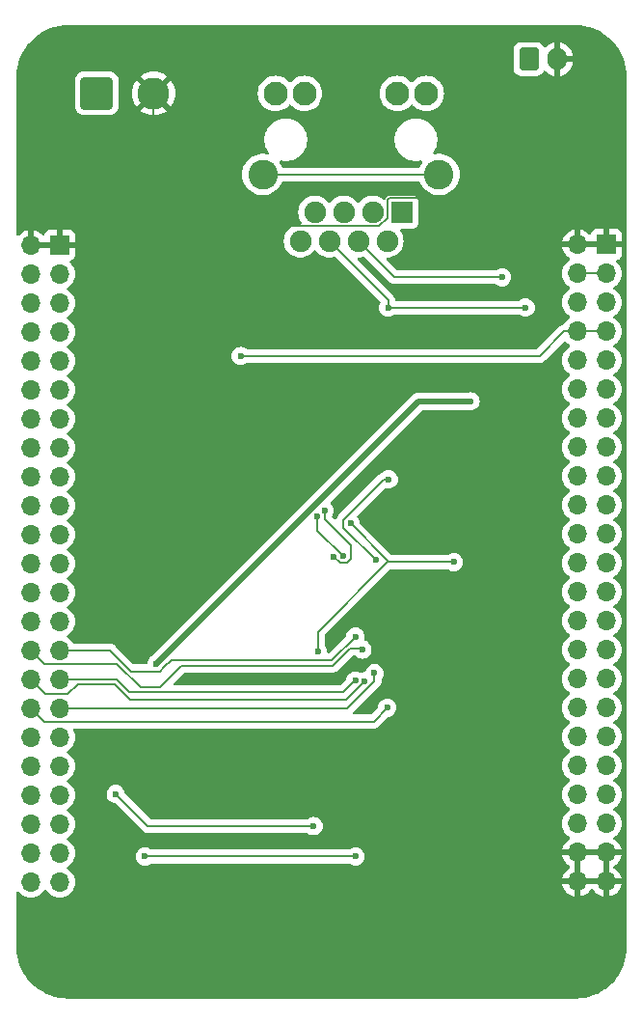
<source format=gbr>
%TF.GenerationSoftware,KiCad,Pcbnew,8.0.8*%
%TF.CreationDate,2025-03-18T13:34:46+03:00*%
%TF.ProjectId,s0-base-board,73302d62-6173-4652-9d62-6f6172642e6b,rev?*%
%TF.SameCoordinates,Original*%
%TF.FileFunction,Copper,L2,Bot*%
%TF.FilePolarity,Positive*%
%FSLAX46Y46*%
G04 Gerber Fmt 4.6, Leading zero omitted, Abs format (unit mm)*
G04 Created by KiCad (PCBNEW 8.0.8) date 2025-03-18 13:34:46*
%MOMM*%
%LPD*%
G01*
G04 APERTURE LIST*
G04 Aperture macros list*
%AMRoundRect*
0 Rectangle with rounded corners*
0 $1 Rounding radius*
0 $2 $3 $4 $5 $6 $7 $8 $9 X,Y pos of 4 corners*
0 Add a 4 corners polygon primitive as box body*
4,1,4,$2,$3,$4,$5,$6,$7,$8,$9,$2,$3,0*
0 Add four circle primitives for the rounded corners*
1,1,$1+$1,$2,$3*
1,1,$1+$1,$4,$5*
1,1,$1+$1,$6,$7*
1,1,$1+$1,$8,$9*
0 Add four rect primitives between the rounded corners*
20,1,$1+$1,$2,$3,$4,$5,0*
20,1,$1+$1,$4,$5,$6,$7,0*
20,1,$1+$1,$6,$7,$8,$9,0*
20,1,$1+$1,$8,$9,$2,$3,0*%
G04 Aperture macros list end*
%TA.AperFunction,ComponentPad*%
%ADD10R,1.700000X1.700000*%
%TD*%
%TA.AperFunction,ComponentPad*%
%ADD11O,1.700000X1.700000*%
%TD*%
%TA.AperFunction,ComponentPad*%
%ADD12RoundRect,0.250000X-0.600000X-0.750000X0.600000X-0.750000X0.600000X0.750000X-0.600000X0.750000X0*%
%TD*%
%TA.AperFunction,ComponentPad*%
%ADD13O,1.700000X2.000000*%
%TD*%
%TA.AperFunction,ComponentPad*%
%ADD14R,1.900000X1.900000*%
%TD*%
%TA.AperFunction,ComponentPad*%
%ADD15C,1.900000*%
%TD*%
%TA.AperFunction,ComponentPad*%
%ADD16C,2.100000*%
%TD*%
%TA.AperFunction,ComponentPad*%
%ADD17C,2.600000*%
%TD*%
%TA.AperFunction,ComponentPad*%
%ADD18RoundRect,0.250001X-1.149999X-1.149999X1.149999X-1.149999X1.149999X1.149999X-1.149999X1.149999X0*%
%TD*%
%TA.AperFunction,ComponentPad*%
%ADD19C,2.800000*%
%TD*%
%TA.AperFunction,ViaPad*%
%ADD20C,0.600000*%
%TD*%
%TA.AperFunction,Conductor*%
%ADD21C,0.200000*%
%TD*%
%TA.AperFunction,Conductor*%
%ADD22C,0.550000*%
%TD*%
G04 APERTURE END LIST*
D10*
%TO.P,J5,1,Pin_1*%
%TO.N,GND*%
X210800000Y-62560000D03*
D11*
%TO.P,J5,2,Pin_2*%
X208260000Y-62560000D03*
%TO.P,J5,3,Pin_3*%
%TO.N,+3V3*%
X210800000Y-65100000D03*
%TO.P,J5,4,Pin_4*%
X208260000Y-65100000D03*
%TO.P,J5,5,Pin_5*%
%TO.N,+5V*%
X210800000Y-67640000D03*
%TO.P,J5,6,Pin_6*%
X208260000Y-67640000D03*
%TO.P,J5,7,Pin_7*%
X210800000Y-70180000D03*
%TO.P,J5,8,Pin_8*%
X208260000Y-70180000D03*
%TO.P,J5,9,Pin_9*%
%TO.N,unconnected-(J5-Pin_9-Pad9)*%
X210800000Y-72720000D03*
%TO.P,J5,10,Pin_10*%
%TO.N,unconnected-(J5-Pin_10-Pad10)*%
X208260000Y-72720000D03*
%TO.P,J5,11,Pin_11*%
%TO.N,unconnected-(J5-Pin_11-Pad11)*%
X210800000Y-75260000D03*
%TO.P,J5,12,Pin_12*%
%TO.N,unconnected-(J5-Pin_12-Pad12)*%
X208260000Y-75260000D03*
%TO.P,J5,13,Pin_13*%
%TO.N,unconnected-(J5-Pin_13-Pad13)*%
X210800000Y-77800000D03*
%TO.P,J5,14,Pin_14*%
%TO.N,unconnected-(J5-Pin_14-Pad14)*%
X208260000Y-77800000D03*
%TO.P,J5,15,Pin_15*%
%TO.N,unconnected-(J5-Pin_15-Pad15)*%
X210800000Y-80340000D03*
%TO.P,J5,16,Pin_16*%
%TO.N,unconnected-(J5-Pin_16-Pad16)*%
X208260000Y-80340000D03*
%TO.P,J5,17,Pin_17*%
%TO.N,unconnected-(J5-Pin_17-Pad17)*%
X210800000Y-82880000D03*
%TO.P,J5,18,Pin_18*%
%TO.N,unconnected-(J5-Pin_18-Pad18)*%
X208260000Y-82880000D03*
%TO.P,J5,19,Pin_19*%
%TO.N,unconnected-(J5-Pin_19-Pad19)*%
X210800000Y-85420000D03*
%TO.P,J5,20,Pin_20*%
%TO.N,unconnected-(J5-Pin_20-Pad20)*%
X208260000Y-85420000D03*
%TO.P,J5,21,Pin_21*%
%TO.N,unconnected-(J5-Pin_21-Pad21)*%
X210800000Y-87960000D03*
%TO.P,J5,22,Pin_22*%
%TO.N,unconnected-(J5-Pin_22-Pad22)*%
X208260000Y-87960000D03*
%TO.P,J5,23,Pin_23*%
%TO.N,unconnected-(J5-Pin_23-Pad23)*%
X210800000Y-90500000D03*
%TO.P,J5,24,Pin_24*%
%TO.N,unconnected-(J5-Pin_24-Pad24)*%
X208260000Y-90500000D03*
%TO.P,J5,25,Pin_25*%
%TO.N,unconnected-(J5-Pin_25-Pad25)*%
X210800000Y-93040000D03*
%TO.P,J5,26,Pin_26*%
%TO.N,unconnected-(J5-Pin_26-Pad26)*%
X208260000Y-93040000D03*
%TO.P,J5,27,Pin_27*%
%TO.N,unconnected-(J5-Pin_27-Pad27)*%
X210800000Y-95580000D03*
%TO.P,J5,28,Pin_28*%
%TO.N,unconnected-(J5-Pin_28-Pad28)*%
X208260000Y-95580000D03*
%TO.P,J5,29,Pin_29*%
%TO.N,N/C*%
X210800000Y-98120000D03*
%TO.P,J5,30,Pin_30*%
X208260000Y-98120000D03*
%TO.P,J5,31,Pin_31*%
X210800000Y-100660000D03*
%TO.P,J5,32,Pin_32*%
X208260000Y-100660000D03*
%TO.P,J5,33,Pin_33*%
X210800000Y-103200000D03*
%TO.P,J5,34,Pin_34*%
X208260000Y-103200000D03*
%TO.P,J5,35,Pin_35*%
%TO.N,unconnected-(J5-Pin_35-Pad35)*%
X210800000Y-105740000D03*
%TO.P,J5,36,Pin_36*%
%TO.N,unconnected-(J5-Pin_36-Pad36)*%
X208260000Y-105740000D03*
%TO.P,J5,37,Pin_37*%
%TO.N,unconnected-(J5-Pin_37-Pad37)*%
X210800000Y-108280000D03*
%TO.P,J5,38,Pin_38*%
%TO.N,unconnected-(J5-Pin_38-Pad38)*%
X208260000Y-108280000D03*
%TO.P,J5,39,Pin_39*%
%TO.N,unconnected-(J5-Pin_39-Pad39)*%
X210800000Y-110820000D03*
%TO.P,J5,40,Pin_40*%
%TO.N,unconnected-(J5-Pin_40-Pad40)*%
X208260000Y-110820000D03*
%TO.P,J5,41,Pin_41*%
%TO.N,unconnected-(J5-Pin_41-Pad41)*%
X210800000Y-113360000D03*
%TO.P,J5,42,Pin_42*%
%TO.N,unconnected-(J5-Pin_42-Pad42)*%
X208260000Y-113360000D03*
%TO.P,J5,43,Pin_43*%
%TO.N,GND*%
X210800000Y-115900000D03*
%TO.P,J5,44,Pin_44*%
X208260000Y-115900000D03*
%TO.P,J5,45,Pin_45*%
X210800000Y-118440000D03*
%TO.P,J5,46,Pin_46*%
X208260000Y-118440000D03*
%TD*%
D12*
%TO.P,J3,1,Pin_1*%
%TO.N,VBAT*%
X204000000Y-46300000D03*
D13*
%TO.P,J3,2,Pin_2*%
%TO.N,GND*%
X206500000Y-46300000D03*
%TD*%
D10*
%TO.P,J6,1,Pin_1*%
%TO.N,GND*%
X162800000Y-62610000D03*
D11*
%TO.P,J6,2,Pin_2*%
X160260000Y-62610000D03*
%TO.P,J6,3,Pin_3*%
%TO.N,unconnected-(J6-Pin_3-Pad3)*%
X162800000Y-65150000D03*
%TO.P,J6,4,Pin_4*%
%TO.N,unconnected-(J6-Pin_4-Pad4)*%
X160260000Y-65150000D03*
%TO.P,J6,5,Pin_5*%
%TO.N,unconnected-(J6-Pin_5-Pad5)*%
X162800000Y-67690000D03*
%TO.P,J6,6,Pin_6*%
%TO.N,unconnected-(J6-Pin_6-Pad6)*%
X160260000Y-67690000D03*
%TO.P,J6,7,Pin_7*%
%TO.N,unconnected-(J6-Pin_7-Pad7)*%
X162800000Y-70230000D03*
%TO.P,J6,8,Pin_8*%
%TO.N,unconnected-(J6-Pin_8-Pad8)*%
X160260000Y-70230000D03*
%TO.P,J6,9,Pin_9*%
%TO.N,unconnected-(J6-Pin_9-Pad9)*%
X162800000Y-72770000D03*
%TO.P,J6,10,Pin_10*%
%TO.N,unconnected-(J6-Pin_10-Pad10)*%
X160260000Y-72770000D03*
%TO.P,J6,11,Pin_11*%
%TO.N,unconnected-(J6-Pin_11-Pad11)*%
X162800000Y-75310000D03*
%TO.P,J6,12,Pin_12*%
%TO.N,unconnected-(J6-Pin_12-Pad12)*%
X160260000Y-75310000D03*
%TO.P,J6,13,Pin_13*%
%TO.N,unconnected-(J6-Pin_13-Pad13)*%
X162800000Y-77850000D03*
%TO.P,J6,14,Pin_14*%
%TO.N,unconnected-(J6-Pin_14-Pad14)*%
X160260000Y-77850000D03*
%TO.P,J6,15,Pin_15*%
%TO.N,unconnected-(J6-Pin_15-Pad15)*%
X162800000Y-80390000D03*
%TO.P,J6,16,Pin_16*%
%TO.N,unconnected-(J6-Pin_16-Pad16)*%
X160260000Y-80390000D03*
%TO.P,J6,17,Pin_17*%
%TO.N,unconnected-(J6-Pin_17-Pad17)*%
X162800000Y-82930000D03*
%TO.P,J6,18,Pin_18*%
%TO.N,unconnected-(J6-Pin_18-Pad18)*%
X160260000Y-82930000D03*
%TO.P,J6,19,Pin_19*%
%TO.N,unconnected-(J6-Pin_19-Pad19)*%
X162800000Y-85470000D03*
%TO.P,J6,20,Pin_20*%
%TO.N,unconnected-(J6-Pin_20-Pad20)*%
X160260000Y-85470000D03*
%TO.P,J6,21,Pin_21*%
%TO.N,unconnected-(J6-Pin_21-Pad21)*%
X162800000Y-88010000D03*
%TO.P,J6,22,Pin_22*%
%TO.N,unconnected-(J6-Pin_22-Pad22)*%
X160260000Y-88010000D03*
%TO.P,J6,23,Pin_23*%
%TO.N,unconnected-(J6-Pin_23-Pad23)*%
X162800000Y-90550000D03*
%TO.P,J6,24,Pin_24*%
%TO.N,unconnected-(J6-Pin_24-Pad24)*%
X160260000Y-90550000D03*
%TO.P,J6,25,Pin_25*%
%TO.N,unconnected-(J6-Pin_25-Pad25)*%
X162800000Y-93090000D03*
%TO.P,J6,26,Pin_26*%
%TO.N,unconnected-(J6-Pin_26-Pad26)*%
X160260000Y-93090000D03*
%TO.P,J6,27,Pin_27*%
%TO.N,unconnected-(J6-Pin_27-Pad27)*%
X162800000Y-95630000D03*
%TO.P,J6,28,Pin_28*%
%TO.N,unconnected-(J6-Pin_28-Pad28)*%
X160260000Y-95630000D03*
%TO.P,J6,29,Pin_29*%
%TO.N,MISO*%
X162800000Y-98170000D03*
%TO.P,J6,30,Pin_30*%
%TO.N,MOSI*%
X160260000Y-98170000D03*
%TO.P,J6,31,Pin_31*%
%TO.N,SCLK*%
X162800000Y-100710000D03*
%TO.P,J6,32,Pin_32*%
%TO.N,CS*%
X160260000Y-100710000D03*
%TO.P,J6,33,Pin_33*%
%TO.N,INT*%
X162800000Y-103250000D03*
%TO.P,J6,34,Pin_34*%
%TO.N,RST*%
X160260000Y-103250000D03*
%TO.P,J6,35,Pin_35*%
%TO.N,unconnected-(J6-Pin_35-Pad35)*%
X162800000Y-105790000D03*
%TO.P,J6,36,Pin_36*%
%TO.N,unconnected-(J6-Pin_36-Pad36)*%
X160260000Y-105790000D03*
%TO.P,J6,37,Pin_37*%
%TO.N,unconnected-(J6-Pin_37-Pad37)*%
X162800000Y-108330000D03*
%TO.P,J6,38,Pin_38*%
%TO.N,unconnected-(J6-Pin_38-Pad38)*%
X160260000Y-108330000D03*
%TO.P,J6,39,Pin_39*%
%TO.N,unconnected-(J6-Pin_39-Pad39)*%
X162800000Y-110870000D03*
%TO.P,J6,40,Pin_40*%
%TO.N,unconnected-(J6-Pin_40-Pad40)*%
X160260000Y-110870000D03*
%TO.P,J6,41,Pin_41*%
%TO.N,unconnected-(J6-Pin_41-Pad41)*%
X162800000Y-113410000D03*
%TO.P,J6,42,Pin_42*%
%TO.N,unconnected-(J6-Pin_42-Pad42)*%
X160260000Y-113410000D03*
%TO.P,J6,43,Pin_43*%
%TO.N,unconnected-(J6-Pin_43-Pad43)*%
X162800000Y-115950000D03*
%TO.P,J6,44,Pin_44*%
%TO.N,unconnected-(J6-Pin_44-Pad44)*%
X160260000Y-115950000D03*
%TO.P,J6,45,Pin_45*%
%TO.N,unconnected-(J6-Pin_45-Pad45)*%
X162800000Y-118490000D03*
%TO.P,J6,46,Pin_46*%
%TO.N,unconnected-(J6-Pin_46-Pad46)*%
X160260000Y-118490000D03*
%TD*%
D14*
%TO.P,J4,1,TD+*%
%TO.N,Net-(J4-TD+)*%
X192820000Y-59710000D03*
D15*
%TO.P,J4,2,TCT*%
%TO.N,Net-(J4-TCT)*%
X191550000Y-62250000D03*
%TO.P,J4,3,TD-*%
%TO.N,Net-(J4-TD-)*%
X190280000Y-59710000D03*
%TO.P,J4,4,RD+*%
%TO.N,Net-(J4-RD+)*%
X189010000Y-62250000D03*
%TO.P,J4,5,RCT*%
%TO.N,Net-(J4-RCT)*%
X187740000Y-59710000D03*
%TO.P,J4,6,RD-*%
%TO.N,Net-(J4-RD-)*%
X186470000Y-62250000D03*
%TO.P,J4,7,NC*%
%TO.N,unconnected-(J4-NC-Pad7)*%
X185200000Y-59710000D03*
%TO.P,J4,8*%
%TO.N,unconnected-(J4-Pad8)*%
X183930000Y-62250000D03*
D16*
%TO.P,J4,L1*%
%TO.N,unconnected-(J4-PadL1)*%
X195000000Y-49300000D03*
%TO.P,J4,L2*%
%TO.N,unconnected-(J4-PadL2)*%
X192460000Y-49300000D03*
%TO.P,J4,L3*%
%TO.N,unconnected-(J4-PadL3)*%
X184290000Y-49300000D03*
%TO.P,J4,L4*%
%TO.N,unconnected-(J4-PadL4)*%
X181750000Y-49300000D03*
D17*
%TO.P,J4,SH*%
%TO.N,unconnected-(J4-PadSH)*%
X196120000Y-56410000D03*
X180630000Y-56410000D03*
%TD*%
D18*
%TO.P,J2,1,Pin_1*%
%TO.N,VIN*%
X166050000Y-49300000D03*
D19*
%TO.P,J2,2,Pin_2*%
%TO.N,GND*%
X171050000Y-49300000D03*
%TD*%
D20*
%TO.N,GND*%
X195300000Y-64152000D03*
X180032000Y-60961800D03*
X196675000Y-115384000D03*
X199611000Y-62560000D03*
%TO.N,+5V*%
X178681000Y-72335300D03*
%TO.N,VBAT*%
X198890000Y-76316700D03*
X171290000Y-99340000D03*
%TO.N,Net-(D3-K)*%
X167717000Y-110758000D03*
X185100000Y-113580000D03*
%TO.N,+3V3*%
X197425000Y-90422500D03*
X188332000Y-87025100D03*
X185477000Y-98247400D03*
%TO.N,Net-(J4-RD+)*%
X201650000Y-65431500D03*
%TO.N,Net-(J4-RD-)*%
X191650000Y-68095200D03*
X203724000Y-68095200D03*
%TO.N,Net-(D4-K)*%
X170288000Y-116245000D03*
X188780000Y-116245000D03*
%TO.N,MISO*%
X188775000Y-96947500D03*
%TO.N,MOSI*%
X189385000Y-98089600D03*
%TO.N,INT*%
X190446000Y-100160000D03*
%TO.N,CS*%
X189595000Y-100877000D03*
%TO.N,SCLK*%
X188763000Y-100806000D03*
%TO.N,RST*%
X191570000Y-103200000D03*
%TO.N,RXP*%
X186060000Y-85901200D03*
X186881000Y-89957900D03*
%TO.N,RXN*%
X185448000Y-86434500D03*
X187713000Y-89900700D03*
%TO.N,TXN*%
X190537000Y-90194900D03*
X191700000Y-83164900D03*
%TD*%
D21*
%TO.N,GND*%
X208260000Y-62560000D02*
X210800000Y-62560000D01*
X190871000Y-60961800D02*
X180032000Y-60961800D01*
X196892000Y-62560000D02*
X195300000Y-64152000D01*
X171050000Y-60961800D02*
X165600000Y-60961800D01*
X191568000Y-60264200D02*
X190871000Y-60961800D01*
X199611000Y-62560000D02*
X195509000Y-58458300D01*
X165600000Y-60961800D02*
X163952000Y-62610000D01*
X197191000Y-115900000D02*
X196675000Y-115384000D01*
X208260000Y-118440000D02*
X210800000Y-118440000D01*
X195509000Y-58458300D02*
X191745000Y-58458300D01*
X199611000Y-62560000D02*
X196892000Y-62560000D01*
X171050000Y-49300000D02*
X171050000Y-60961800D01*
X191745000Y-58458300D02*
X191568000Y-58635000D01*
X180032000Y-60961800D02*
X171050000Y-60961800D01*
X163952000Y-62610000D02*
X162800000Y-62610000D01*
X208260000Y-115900000D02*
X197191000Y-115900000D01*
X162800000Y-62610000D02*
X160260000Y-62610000D01*
X191568000Y-58635000D02*
X191568000Y-60264200D01*
X208260000Y-62560000D02*
X199611000Y-62560000D01*
%TO.N,+5V*%
X208260000Y-70180000D02*
X207108000Y-70180000D01*
X210800000Y-70180000D02*
X208260000Y-70180000D01*
X207108000Y-70180000D02*
X204953000Y-72335300D01*
X204953000Y-72335300D02*
X178681000Y-72335300D01*
D22*
%TO.N,VBAT*%
X194313000Y-76316700D02*
X171290000Y-99340000D01*
X198890000Y-76316700D02*
X194313000Y-76316700D01*
D21*
%TO.N,Net-(D3-K)*%
X170539000Y-113580000D02*
X185100000Y-113580000D01*
X167717000Y-110758000D02*
X170539000Y-113580000D01*
%TO.N,+3V3*%
X208260000Y-65100000D02*
X210800000Y-65100000D01*
X197425000Y-90422500D02*
X191608000Y-90422500D01*
X191608000Y-90300400D02*
X188332000Y-87025100D01*
X185477000Y-96553400D02*
X185477000Y-98247400D01*
X191608000Y-90422500D02*
X185477000Y-96553400D01*
X191608000Y-90422500D02*
X191608000Y-90300400D01*
%TO.N,Net-(J4-RD+)*%
X192192000Y-65431500D02*
X201650000Y-65431500D01*
X189010000Y-62250000D02*
X192192000Y-65431500D01*
%TO.N,Net-(J4-RD-)*%
X203724000Y-68095200D02*
X191650000Y-68095200D01*
X191650000Y-67430000D02*
X186470000Y-62250000D01*
X191650000Y-68095200D02*
X191650000Y-67430000D01*
%TO.N,Net-(D4-K)*%
X188780000Y-116245000D02*
X170288000Y-116245000D01*
%TO.N,unconnected-(J4-PadSH)*%
X180630000Y-56410000D02*
X196120000Y-56410000D01*
%TO.N,MISO*%
X171000050Y-100040000D02*
X170960050Y-100000000D01*
X172584583Y-99000000D02*
X171990000Y-99594591D01*
X171990000Y-99629950D02*
X171579950Y-100040000D01*
X171990000Y-99594591D02*
X171990000Y-99629950D01*
X171579950Y-100040000D02*
X171000050Y-100040000D01*
X186722500Y-99000000D02*
X172584583Y-99000000D01*
X169065686Y-100000000D02*
X167235686Y-98170000D01*
X167235686Y-98170000D02*
X162800000Y-98170000D01*
X188775000Y-96947500D02*
X186722500Y-99000000D01*
X170960050Y-100000000D02*
X169065686Y-100000000D01*
%TO.N,MOSI*%
X189385000Y-98089600D02*
X189295400Y-98000000D01*
X169900000Y-101400000D02*
X167820000Y-99320000D01*
X171600000Y-101400000D02*
X169900000Y-101400000D01*
X186788186Y-99500000D02*
X173500000Y-99500000D01*
X188288186Y-98000000D02*
X186788186Y-99500000D01*
X161410000Y-99320000D02*
X160260000Y-98170000D01*
X173500000Y-99500000D02*
X171600000Y-101400000D01*
X167820000Y-99320000D02*
X161410000Y-99320000D01*
X189295400Y-98000000D02*
X188288186Y-98000000D01*
%TO.N,INT*%
X190446000Y-100160000D02*
X190446000Y-100874529D01*
X188070529Y-103250000D02*
X162800000Y-103250000D01*
X190446000Y-100874529D02*
X188070529Y-103250000D01*
%TO.N,CS*%
X169000000Y-102500000D02*
X167610000Y-101110000D01*
X164390000Y-101110000D02*
X163500000Y-102000000D01*
X189595000Y-100877000D02*
X187972000Y-102500000D01*
X163500000Y-102000000D02*
X161550000Y-102000000D01*
X161550000Y-102000000D02*
X160260000Y-100710000D01*
X167610000Y-101110000D02*
X164390000Y-101110000D01*
X187972000Y-102500000D02*
X169000000Y-102500000D01*
%TO.N,SCLK*%
X188694000Y-100806000D02*
X187700000Y-101800000D01*
X168865686Y-101800000D02*
X167775686Y-100710000D01*
X167775686Y-100710000D02*
X162800000Y-100710000D01*
X187700000Y-101800000D02*
X168865686Y-101800000D01*
X188763000Y-100895000D02*
X188763000Y-100806000D01*
X188763000Y-100806000D02*
X188694000Y-100806000D01*
%TO.N,RST*%
X161410000Y-104400000D02*
X160260000Y-103250000D01*
X191570000Y-103200000D02*
X190370000Y-104400000D01*
X190370000Y-104400000D02*
X161410000Y-104400000D01*
%TO.N,RXP*%
X186060000Y-86643500D02*
X186060000Y-85901200D01*
X188348000Y-88932300D02*
X186060000Y-86643500D01*
X187426000Y-90502500D02*
X187999000Y-90502500D01*
X188348000Y-90153000D02*
X188348000Y-88932300D01*
X187999000Y-90502500D02*
X188348000Y-90153000D01*
X186881000Y-89957900D02*
X187426000Y-90502500D01*
%TO.N,RXN*%
X187713000Y-89900700D02*
X185448000Y-87635400D01*
X185448000Y-87635400D02*
X185448000Y-86434500D01*
%TO.N,TXN*%
X187731000Y-87388700D02*
X190537000Y-90194900D01*
X191700000Y-83164900D02*
X191271000Y-83164900D01*
X187731000Y-86705600D02*
X187731000Y-87388700D01*
X191271000Y-83164900D02*
X187731000Y-86705600D01*
%TD*%
%TA.AperFunction,Conductor*%
%TO.N,GND*%
G36*
X210334075Y-118247007D02*
G01*
X210300000Y-118374174D01*
X210300000Y-118505826D01*
X210334075Y-118632993D01*
X210366988Y-118690000D01*
X208693012Y-118690000D01*
X208725925Y-118632993D01*
X208760000Y-118505826D01*
X208760000Y-118374174D01*
X208725925Y-118247007D01*
X208693012Y-118190000D01*
X210366988Y-118190000D01*
X210334075Y-118247007D01*
G37*
%TD.AperFunction*%
%TA.AperFunction,Conductor*%
G36*
X208510000Y-118006988D02*
G01*
X208452993Y-117974075D01*
X208325826Y-117940000D01*
X208194174Y-117940000D01*
X208067007Y-117974075D01*
X208010000Y-118006988D01*
X208010000Y-116333012D01*
X208067007Y-116365925D01*
X208194174Y-116400000D01*
X208325826Y-116400000D01*
X208452993Y-116365925D01*
X208510000Y-116333012D01*
X208510000Y-118006988D01*
G37*
%TD.AperFunction*%
%TA.AperFunction,Conductor*%
G36*
X211050000Y-118006988D02*
G01*
X210992993Y-117974075D01*
X210865826Y-117940000D01*
X210734174Y-117940000D01*
X210607007Y-117974075D01*
X210550000Y-118006988D01*
X210550000Y-116333012D01*
X210607007Y-116365925D01*
X210734174Y-116400000D01*
X210865826Y-116400000D01*
X210992993Y-116365925D01*
X211050000Y-116333012D01*
X211050000Y-118006988D01*
G37*
%TD.AperFunction*%
%TA.AperFunction,Conductor*%
G36*
X210334075Y-115707007D02*
G01*
X210300000Y-115834174D01*
X210300000Y-115965826D01*
X210334075Y-116092993D01*
X210366988Y-116150000D01*
X208693012Y-116150000D01*
X208725925Y-116092993D01*
X208760000Y-115965826D01*
X208760000Y-115834174D01*
X208725925Y-115707007D01*
X208693012Y-115650000D01*
X210366988Y-115650000D01*
X210334075Y-115707007D01*
G37*
%TD.AperFunction*%
%TA.AperFunction,Conductor*%
G36*
X210334075Y-62367007D02*
G01*
X210300000Y-62494174D01*
X210300000Y-62625826D01*
X210334075Y-62752993D01*
X210366988Y-62810000D01*
X208693012Y-62810000D01*
X208725925Y-62752993D01*
X208760000Y-62625826D01*
X208760000Y-62494174D01*
X208725925Y-62367007D01*
X208693012Y-62310000D01*
X210366988Y-62310000D01*
X210334075Y-62367007D01*
G37*
%TD.AperFunction*%
%TA.AperFunction,Conductor*%
G36*
X208102702Y-43320617D02*
G01*
X208486771Y-43337386D01*
X208497506Y-43338326D01*
X208875971Y-43388152D01*
X208886597Y-43390025D01*
X209259284Y-43472648D01*
X209269710Y-43475442D01*
X209633765Y-43590227D01*
X209643911Y-43593920D01*
X209996578Y-43740000D01*
X210006369Y-43744566D01*
X210344942Y-43920816D01*
X210354310Y-43926224D01*
X210676244Y-44131318D01*
X210685105Y-44137523D01*
X210987930Y-44369889D01*
X210996217Y-44376843D01*
X211277635Y-44634715D01*
X211285284Y-44642364D01*
X211543156Y-44923782D01*
X211550110Y-44932069D01*
X211782476Y-45234894D01*
X211788681Y-45243755D01*
X211993775Y-45565689D01*
X211999183Y-45575057D01*
X212175430Y-45913623D01*
X212180002Y-45923427D01*
X212326075Y-46276078D01*
X212329775Y-46286244D01*
X212444554Y-46650278D01*
X212447354Y-46660727D01*
X212529971Y-47033389D01*
X212531849Y-47044042D01*
X212581671Y-47422473D01*
X212582614Y-47433249D01*
X212599382Y-47817297D01*
X212599500Y-47822706D01*
X212599500Y-124197293D01*
X212599382Y-124202702D01*
X212582614Y-124586750D01*
X212581671Y-124597526D01*
X212531849Y-124975957D01*
X212529971Y-124986610D01*
X212447354Y-125359272D01*
X212444554Y-125369721D01*
X212329775Y-125733755D01*
X212326075Y-125743921D01*
X212180002Y-126096572D01*
X212175430Y-126106376D01*
X211999183Y-126444942D01*
X211993775Y-126454310D01*
X211788681Y-126776244D01*
X211782476Y-126785105D01*
X211550110Y-127087930D01*
X211543156Y-127096217D01*
X211285284Y-127377635D01*
X211277635Y-127385284D01*
X210996217Y-127643156D01*
X210987930Y-127650110D01*
X210685105Y-127882476D01*
X210676244Y-127888681D01*
X210354310Y-128093775D01*
X210344942Y-128099183D01*
X210006376Y-128275430D01*
X209996572Y-128280002D01*
X209643921Y-128426075D01*
X209633755Y-128429775D01*
X209269721Y-128544554D01*
X209259272Y-128547354D01*
X208886610Y-128629971D01*
X208875957Y-128631849D01*
X208497526Y-128681671D01*
X208486750Y-128682614D01*
X208102703Y-128699382D01*
X208097294Y-128699500D01*
X163502706Y-128699500D01*
X163497297Y-128699382D01*
X163113249Y-128682614D01*
X163102473Y-128681671D01*
X162724042Y-128631849D01*
X162713389Y-128629971D01*
X162340727Y-128547354D01*
X162330278Y-128544554D01*
X161966244Y-128429775D01*
X161956078Y-128426075D01*
X161603427Y-128280002D01*
X161593623Y-128275430D01*
X161255057Y-128099183D01*
X161245689Y-128093775D01*
X160923755Y-127888681D01*
X160914894Y-127882476D01*
X160612069Y-127650110D01*
X160603782Y-127643156D01*
X160322364Y-127385284D01*
X160314715Y-127377635D01*
X160056843Y-127096217D01*
X160049889Y-127087930D01*
X159817523Y-126785105D01*
X159811318Y-126776244D01*
X159606224Y-126454310D01*
X159600816Y-126444942D01*
X159424569Y-126106376D01*
X159419997Y-126096572D01*
X159273924Y-125743921D01*
X159270224Y-125733755D01*
X159155442Y-125369710D01*
X159152648Y-125359284D01*
X159070025Y-124986597D01*
X159068152Y-124975971D01*
X159018326Y-124597506D01*
X159017386Y-124586771D01*
X159000618Y-124202702D01*
X159000500Y-124197293D01*
X159000500Y-119438704D01*
X159020185Y-119371665D01*
X159072989Y-119325910D01*
X159142147Y-119315966D01*
X159205703Y-119344991D01*
X159219490Y-119358999D01*
X159221501Y-119361396D01*
X159221505Y-119361401D01*
X159388599Y-119528495D01*
X159485384Y-119596265D01*
X159582165Y-119664032D01*
X159582167Y-119664033D01*
X159582170Y-119664035D01*
X159796337Y-119763903D01*
X159796343Y-119763904D01*
X159796344Y-119763905D01*
X159851285Y-119778626D01*
X160024592Y-119825063D01*
X160212918Y-119841539D01*
X160259999Y-119845659D01*
X160260000Y-119845659D01*
X160260001Y-119845659D01*
X160299234Y-119842226D01*
X160495408Y-119825063D01*
X160723663Y-119763903D01*
X160937830Y-119664035D01*
X161131401Y-119528495D01*
X161298495Y-119361401D01*
X161428425Y-119175842D01*
X161483002Y-119132217D01*
X161552500Y-119125023D01*
X161614855Y-119156546D01*
X161631575Y-119175842D01*
X161761500Y-119361395D01*
X161761505Y-119361401D01*
X161928599Y-119528495D01*
X162025384Y-119596265D01*
X162122165Y-119664032D01*
X162122167Y-119664033D01*
X162122170Y-119664035D01*
X162336337Y-119763903D01*
X162336343Y-119763904D01*
X162336344Y-119763905D01*
X162391285Y-119778626D01*
X162564592Y-119825063D01*
X162752918Y-119841539D01*
X162799999Y-119845659D01*
X162800000Y-119845659D01*
X162800001Y-119845659D01*
X162839234Y-119842226D01*
X163035408Y-119825063D01*
X163263663Y-119763903D01*
X163477830Y-119664035D01*
X163671401Y-119528495D01*
X163838495Y-119361401D01*
X163974035Y-119167830D01*
X164073903Y-118953663D01*
X164135063Y-118725408D01*
X164155659Y-118490000D01*
X164135063Y-118254592D01*
X164088626Y-118081285D01*
X164073905Y-118026344D01*
X164073904Y-118026343D01*
X164073903Y-118026337D01*
X163974035Y-117812171D01*
X163968425Y-117804158D01*
X163838494Y-117618597D01*
X163671402Y-117451506D01*
X163671396Y-117451501D01*
X163485842Y-117321575D01*
X163442217Y-117266998D01*
X163435023Y-117197500D01*
X163466546Y-117135145D01*
X163485842Y-117118425D01*
X163582756Y-117050565D01*
X163671401Y-116988495D01*
X163838495Y-116821401D01*
X163974035Y-116627830D01*
X164073903Y-116413663D01*
X164119097Y-116244996D01*
X169482435Y-116244996D01*
X169482435Y-116245003D01*
X169502630Y-116424249D01*
X169502631Y-116424254D01*
X169562211Y-116594523D01*
X169583142Y-116627834D01*
X169658184Y-116747262D01*
X169785738Y-116874816D01*
X169938478Y-116970789D01*
X170108745Y-117030368D01*
X170108750Y-117030369D01*
X170287996Y-117050565D01*
X170288000Y-117050565D01*
X170288004Y-117050565D01*
X170467249Y-117030369D01*
X170467252Y-117030368D01*
X170467255Y-117030368D01*
X170637522Y-116970789D01*
X170790262Y-116874816D01*
X170790267Y-116874810D01*
X170793097Y-116872555D01*
X170795275Y-116871665D01*
X170796158Y-116871111D01*
X170796255Y-116871265D01*
X170857783Y-116846145D01*
X170870412Y-116845500D01*
X188197588Y-116845500D01*
X188264627Y-116865185D01*
X188274903Y-116872555D01*
X188277736Y-116874814D01*
X188277738Y-116874816D01*
X188430478Y-116970789D01*
X188600745Y-117030368D01*
X188600750Y-117030369D01*
X188779996Y-117050565D01*
X188780000Y-117050565D01*
X188780004Y-117050565D01*
X188959249Y-117030369D01*
X188959252Y-117030368D01*
X188959255Y-117030368D01*
X189129522Y-116970789D01*
X189282262Y-116874816D01*
X189409816Y-116747262D01*
X189505789Y-116594522D01*
X189565368Y-116424255D01*
X189565369Y-116424249D01*
X189585565Y-116245003D01*
X189585565Y-116244996D01*
X189565369Y-116065750D01*
X189565368Y-116065745D01*
X189505788Y-115895476D01*
X189409815Y-115742737D01*
X189282262Y-115615184D01*
X189129523Y-115519211D01*
X188959254Y-115459631D01*
X188959249Y-115459630D01*
X188780004Y-115439435D01*
X188779996Y-115439435D01*
X188600750Y-115459630D01*
X188600745Y-115459631D01*
X188430476Y-115519211D01*
X188277736Y-115615185D01*
X188274903Y-115617445D01*
X188272724Y-115618334D01*
X188271842Y-115618889D01*
X188271744Y-115618734D01*
X188210217Y-115643855D01*
X188197588Y-115644500D01*
X170870412Y-115644500D01*
X170803373Y-115624815D01*
X170793097Y-115617445D01*
X170790263Y-115615185D01*
X170790262Y-115615184D01*
X170733496Y-115579515D01*
X170637523Y-115519211D01*
X170467254Y-115459631D01*
X170467249Y-115459630D01*
X170288004Y-115439435D01*
X170287996Y-115439435D01*
X170108750Y-115459630D01*
X170108745Y-115459631D01*
X169938476Y-115519211D01*
X169785737Y-115615184D01*
X169658184Y-115742737D01*
X169562211Y-115895476D01*
X169502631Y-116065745D01*
X169502630Y-116065750D01*
X169482435Y-116244996D01*
X164119097Y-116244996D01*
X164135063Y-116185408D01*
X164155659Y-115950000D01*
X164135063Y-115714592D01*
X164088626Y-115541285D01*
X164073905Y-115486344D01*
X164073904Y-115486343D01*
X164073903Y-115486337D01*
X163974035Y-115272171D01*
X163968425Y-115264158D01*
X163838494Y-115078597D01*
X163671402Y-114911506D01*
X163671396Y-114911501D01*
X163485842Y-114781575D01*
X163442217Y-114726998D01*
X163435023Y-114657500D01*
X163466546Y-114595145D01*
X163485842Y-114578425D01*
X163549237Y-114534035D01*
X163671401Y-114448495D01*
X163838495Y-114281401D01*
X163974035Y-114087830D01*
X164073903Y-113873663D01*
X164135063Y-113645408D01*
X164155659Y-113410000D01*
X164135063Y-113174592D01*
X164073903Y-112946337D01*
X163974035Y-112732171D01*
X163968425Y-112724158D01*
X163838494Y-112538597D01*
X163671402Y-112371506D01*
X163671396Y-112371501D01*
X163485842Y-112241575D01*
X163442217Y-112186998D01*
X163435023Y-112117500D01*
X163466546Y-112055145D01*
X163485842Y-112038425D01*
X163557249Y-111988425D01*
X163671401Y-111908495D01*
X163838495Y-111741401D01*
X163974035Y-111547830D01*
X164073903Y-111333663D01*
X164135063Y-111105408D01*
X164155659Y-110870000D01*
X164145860Y-110757996D01*
X166911435Y-110757996D01*
X166911435Y-110758003D01*
X166931630Y-110937249D01*
X166931631Y-110937254D01*
X166991211Y-111107523D01*
X167087184Y-111260262D01*
X167214738Y-111387816D01*
X167367478Y-111483789D01*
X167537745Y-111543368D01*
X167624669Y-111553161D01*
X167689080Y-111580226D01*
X167698464Y-111588699D01*
X170170284Y-114060520D01*
X170170286Y-114060521D01*
X170170290Y-114060524D01*
X170231464Y-114095842D01*
X170307216Y-114139577D01*
X170459943Y-114180501D01*
X170459945Y-114180501D01*
X170625654Y-114180501D01*
X170625670Y-114180500D01*
X184517588Y-114180500D01*
X184584627Y-114200185D01*
X184594903Y-114207555D01*
X184597736Y-114209814D01*
X184597738Y-114209816D01*
X184750478Y-114305789D01*
X184901700Y-114358704D01*
X184920745Y-114365368D01*
X184920750Y-114365369D01*
X185099996Y-114385565D01*
X185100000Y-114385565D01*
X185100004Y-114385565D01*
X185279249Y-114365369D01*
X185279252Y-114365368D01*
X185279255Y-114365368D01*
X185449522Y-114305789D01*
X185602262Y-114209816D01*
X185729816Y-114082262D01*
X185825789Y-113929522D01*
X185885368Y-113759255D01*
X185898195Y-113645413D01*
X185905565Y-113580003D01*
X185905565Y-113579996D01*
X185885369Y-113400750D01*
X185885368Y-113400745D01*
X185825788Y-113230476D01*
X185759256Y-113124592D01*
X185729816Y-113077738D01*
X185602262Y-112950184D01*
X185546982Y-112915449D01*
X185449523Y-112854211D01*
X185279254Y-112794631D01*
X185279249Y-112794630D01*
X185100004Y-112774435D01*
X185099996Y-112774435D01*
X184920750Y-112794630D01*
X184920745Y-112794631D01*
X184750476Y-112854211D01*
X184597736Y-112950185D01*
X184594903Y-112952445D01*
X184592724Y-112953334D01*
X184591842Y-112953889D01*
X184591744Y-112953734D01*
X184530217Y-112978855D01*
X184517588Y-112979500D01*
X170839098Y-112979500D01*
X170772059Y-112959815D01*
X170751417Y-112943181D01*
X168547700Y-110739465D01*
X168514215Y-110678142D01*
X168512163Y-110665686D01*
X168502368Y-110578745D01*
X168442789Y-110408478D01*
X168346816Y-110255738D01*
X168219262Y-110128184D01*
X168066523Y-110032211D01*
X167896254Y-109972631D01*
X167896249Y-109972630D01*
X167717004Y-109952435D01*
X167716996Y-109952435D01*
X167537750Y-109972630D01*
X167537745Y-109972631D01*
X167367476Y-110032211D01*
X167214737Y-110128184D01*
X167087184Y-110255737D01*
X166991211Y-110408476D01*
X166931631Y-110578745D01*
X166931630Y-110578750D01*
X166911435Y-110757996D01*
X164145860Y-110757996D01*
X164135063Y-110634592D01*
X164073903Y-110406337D01*
X163974035Y-110192171D01*
X163968425Y-110184158D01*
X163838494Y-109998597D01*
X163671402Y-109831506D01*
X163671396Y-109831501D01*
X163485842Y-109701575D01*
X163442217Y-109646998D01*
X163435023Y-109577500D01*
X163466546Y-109515145D01*
X163485842Y-109498425D01*
X163557249Y-109448425D01*
X163671401Y-109368495D01*
X163838495Y-109201401D01*
X163974035Y-109007830D01*
X164073903Y-108793663D01*
X164135063Y-108565408D01*
X164155659Y-108330000D01*
X164135063Y-108094592D01*
X164073903Y-107866337D01*
X163974035Y-107652171D01*
X163968425Y-107644158D01*
X163838494Y-107458597D01*
X163671402Y-107291506D01*
X163671396Y-107291501D01*
X163485842Y-107161575D01*
X163442217Y-107106998D01*
X163435023Y-107037500D01*
X163466546Y-106975145D01*
X163485842Y-106958425D01*
X163557249Y-106908425D01*
X163671401Y-106828495D01*
X163838495Y-106661401D01*
X163974035Y-106467830D01*
X164073903Y-106253663D01*
X164135063Y-106025408D01*
X164155659Y-105790000D01*
X164135063Y-105554592D01*
X164073903Y-105326337D01*
X164004220Y-105176904D01*
X163993729Y-105107828D01*
X164022249Y-105044044D01*
X164080725Y-105005804D01*
X164116603Y-105000500D01*
X190283331Y-105000500D01*
X190283347Y-105000501D01*
X190290943Y-105000501D01*
X190449054Y-105000501D01*
X190449057Y-105000501D01*
X190601785Y-104959577D01*
X190651904Y-104930639D01*
X190738716Y-104880520D01*
X190850520Y-104768716D01*
X190850520Y-104768714D01*
X190860728Y-104758507D01*
X190860730Y-104758504D01*
X191588535Y-104030698D01*
X191649856Y-103997215D01*
X191662311Y-103995163D01*
X191749255Y-103985368D01*
X191919522Y-103925789D01*
X192072262Y-103829816D01*
X192199816Y-103702262D01*
X192295789Y-103549522D01*
X192355368Y-103379255D01*
X192375565Y-103200000D01*
X192372419Y-103172082D01*
X192355369Y-103020750D01*
X192355368Y-103020745D01*
X192295788Y-102850476D01*
X192199815Y-102697737D01*
X192072262Y-102570184D01*
X191919523Y-102474211D01*
X191749254Y-102414631D01*
X191749249Y-102414630D01*
X191570004Y-102394435D01*
X191569996Y-102394435D01*
X191390750Y-102414630D01*
X191390745Y-102414631D01*
X191220476Y-102474211D01*
X191067737Y-102570184D01*
X190940184Y-102697737D01*
X190844210Y-102850478D01*
X190784630Y-103020750D01*
X190774837Y-103107668D01*
X190747770Y-103172082D01*
X190739298Y-103181465D01*
X190157584Y-103763181D01*
X190096261Y-103796666D01*
X190069903Y-103799500D01*
X188669625Y-103799500D01*
X188602586Y-103779815D01*
X188556831Y-103727011D01*
X188546887Y-103657853D01*
X188575912Y-103594297D01*
X188581944Y-103587819D01*
X189670621Y-102499142D01*
X190804506Y-101365257D01*
X190804511Y-101365253D01*
X190814714Y-101355049D01*
X190814716Y-101355049D01*
X190926520Y-101243245D01*
X190989642Y-101133914D01*
X191005577Y-101106314D01*
X191046500Y-100953587D01*
X191046500Y-100795472D01*
X191046500Y-100742412D01*
X191066185Y-100675373D01*
X191073555Y-100665097D01*
X191075810Y-100662267D01*
X191075816Y-100662262D01*
X191171789Y-100509522D01*
X191231368Y-100339255D01*
X191235370Y-100303737D01*
X191251565Y-100160003D01*
X191251565Y-100159996D01*
X191231369Y-99980750D01*
X191231368Y-99980745D01*
X191181629Y-99838599D01*
X191171789Y-99810478D01*
X191158041Y-99788599D01*
X191075815Y-99657737D01*
X190948262Y-99530184D01*
X190795523Y-99434211D01*
X190625254Y-99374631D01*
X190625249Y-99374630D01*
X190446004Y-99354435D01*
X190445996Y-99354435D01*
X190266750Y-99374630D01*
X190266745Y-99374631D01*
X190096476Y-99434211D01*
X189943737Y-99530184D01*
X189816184Y-99657737D01*
X189720210Y-99810478D01*
X189695601Y-99880809D01*
X189660632Y-99980745D01*
X189660631Y-99980747D01*
X189658333Y-99987317D01*
X189657106Y-99986887D01*
X189626574Y-100041453D01*
X189564907Y-100074302D01*
X189553688Y-100076089D01*
X189415750Y-100091630D01*
X189415742Y-100091632D01*
X189289021Y-100135974D01*
X189219243Y-100139535D01*
X189182095Y-100123926D01*
X189112522Y-100080211D01*
X189112518Y-100080209D01*
X188942262Y-100020633D01*
X188942249Y-100020630D01*
X188763004Y-100000435D01*
X188762996Y-100000435D01*
X188583750Y-100020630D01*
X188583745Y-100020631D01*
X188413476Y-100080211D01*
X188260737Y-100176184D01*
X188133184Y-100303737D01*
X188037210Y-100456478D01*
X187977632Y-100626744D01*
X187977630Y-100626754D01*
X187976598Y-100635913D01*
X187949528Y-100700325D01*
X187941060Y-100709703D01*
X187487584Y-101163181D01*
X187426261Y-101196666D01*
X187399903Y-101199500D01*
X172949097Y-101199500D01*
X172882058Y-101179815D01*
X172836303Y-101127011D01*
X172826359Y-101057853D01*
X172855384Y-100994297D01*
X172861416Y-100987819D01*
X173208735Y-100640501D01*
X173712417Y-100136819D01*
X173773740Y-100103334D01*
X173800098Y-100100500D01*
X186701517Y-100100500D01*
X186701533Y-100100501D01*
X186709129Y-100100501D01*
X186867240Y-100100501D01*
X186867243Y-100100501D01*
X187019971Y-100059577D01*
X187087425Y-100020632D01*
X187087429Y-100020630D01*
X187156895Y-99980524D01*
X187156894Y-99980524D01*
X187156902Y-99980520D01*
X187268706Y-99868716D01*
X187268706Y-99868714D01*
X187278910Y-99858511D01*
X187278913Y-99858506D01*
X188500602Y-98636819D01*
X188561925Y-98603334D01*
X188588283Y-98600500D01*
X188712460Y-98600500D01*
X188779499Y-98620185D01*
X188800141Y-98636819D01*
X188882738Y-98719416D01*
X189035478Y-98815389D01*
X189099345Y-98837737D01*
X189205745Y-98874968D01*
X189205750Y-98874969D01*
X189384996Y-98895165D01*
X189385000Y-98895165D01*
X189385004Y-98895165D01*
X189564249Y-98874969D01*
X189564252Y-98874968D01*
X189564255Y-98874968D01*
X189734522Y-98815389D01*
X189887262Y-98719416D01*
X190014816Y-98591862D01*
X190110789Y-98439122D01*
X190170368Y-98268855D01*
X190171608Y-98257853D01*
X190190565Y-98089603D01*
X190190565Y-98089596D01*
X190170369Y-97910350D01*
X190170368Y-97910345D01*
X190161357Y-97884592D01*
X190110789Y-97740078D01*
X190014816Y-97587338D01*
X189887262Y-97459784D01*
X189859228Y-97442169D01*
X189734523Y-97363811D01*
X189622506Y-97324615D01*
X189565730Y-97283893D01*
X189539983Y-97218940D01*
X189546420Y-97166618D01*
X189560366Y-97126762D01*
X189560369Y-97126749D01*
X189580565Y-96947503D01*
X189580565Y-96947496D01*
X189560369Y-96768250D01*
X189560368Y-96768245D01*
X189507968Y-96618495D01*
X189500789Y-96597978D01*
X189488678Y-96578704D01*
X189440106Y-96501402D01*
X189404816Y-96445238D01*
X189277262Y-96317684D01*
X189261586Y-96307834D01*
X189124523Y-96221711D01*
X188954254Y-96162131D01*
X188954249Y-96162130D01*
X188775004Y-96141935D01*
X188774996Y-96141935D01*
X188595750Y-96162130D01*
X188595745Y-96162131D01*
X188425476Y-96221711D01*
X188272737Y-96317684D01*
X188145184Y-96445237D01*
X188049210Y-96597978D01*
X187989630Y-96768250D01*
X187979837Y-96855168D01*
X187952770Y-96919582D01*
X187944298Y-96928965D01*
X186510084Y-98363181D01*
X186448761Y-98396666D01*
X186422403Y-98399500D01*
X186404183Y-98399500D01*
X186337144Y-98379815D01*
X186291389Y-98327011D01*
X186280963Y-98261615D01*
X186282565Y-98247400D01*
X186268210Y-98119999D01*
X186262369Y-98068150D01*
X186262368Y-98068145D01*
X186202788Y-97897876D01*
X186106813Y-97745134D01*
X186104550Y-97742296D01*
X186103659Y-97740115D01*
X186103111Y-97739242D01*
X186103264Y-97739145D01*
X186078144Y-97677609D01*
X186077500Y-97664987D01*
X186077500Y-96853500D01*
X186097185Y-96786461D01*
X186113816Y-96765821D01*
X191820414Y-91059317D01*
X191881738Y-91025834D01*
X191908095Y-91023000D01*
X196842588Y-91023000D01*
X196909627Y-91042685D01*
X196919903Y-91050055D01*
X196922736Y-91052314D01*
X196922738Y-91052316D01*
X197075478Y-91148289D01*
X197201017Y-91192217D01*
X197245745Y-91207868D01*
X197245750Y-91207869D01*
X197424996Y-91228065D01*
X197425000Y-91228065D01*
X197425004Y-91228065D01*
X197604249Y-91207869D01*
X197604252Y-91207868D01*
X197604255Y-91207868D01*
X197774522Y-91148289D01*
X197927262Y-91052316D01*
X198054816Y-90924762D01*
X198150789Y-90772022D01*
X198210368Y-90601755D01*
X198213045Y-90577995D01*
X198230565Y-90422503D01*
X198230565Y-90422496D01*
X198210369Y-90243250D01*
X198210368Y-90243245D01*
X198199926Y-90213404D01*
X198150789Y-90072978D01*
X198054816Y-89920238D01*
X197927262Y-89792684D01*
X197904919Y-89778645D01*
X197774523Y-89696711D01*
X197604254Y-89637131D01*
X197604249Y-89637130D01*
X197425004Y-89616935D01*
X197424996Y-89616935D01*
X197245750Y-89637130D01*
X197245745Y-89637131D01*
X197075476Y-89696711D01*
X196922736Y-89792685D01*
X196919903Y-89794945D01*
X196917724Y-89795834D01*
X196916842Y-89796389D01*
X196916744Y-89796234D01*
X196855217Y-89821355D01*
X196842588Y-89822000D01*
X192030179Y-89822000D01*
X191963140Y-89802315D01*
X191942507Y-89785691D01*
X189162698Y-87006475D01*
X189129207Y-86945155D01*
X189127150Y-86932666D01*
X189117369Y-86845850D01*
X189117368Y-86845845D01*
X189098378Y-86791575D01*
X189057789Y-86675578D01*
X189052241Y-86666749D01*
X188961815Y-86522837D01*
X188950008Y-86511030D01*
X188916523Y-86449707D01*
X188921507Y-86380015D01*
X188949995Y-86335680D01*
X191328000Y-83957205D01*
X191389319Y-83923716D01*
X191456644Y-83927839D01*
X191520737Y-83950266D01*
X191520743Y-83950267D01*
X191520745Y-83950268D01*
X191520746Y-83950268D01*
X191520750Y-83950269D01*
X191699996Y-83970465D01*
X191700000Y-83970465D01*
X191700004Y-83970465D01*
X191879249Y-83950269D01*
X191879252Y-83950268D01*
X191879255Y-83950268D01*
X192049522Y-83890689D01*
X192202262Y-83794716D01*
X192329816Y-83667162D01*
X192425789Y-83514422D01*
X192485368Y-83344155D01*
X192485369Y-83344149D01*
X192505565Y-83164903D01*
X192505565Y-83164896D01*
X192485369Y-82985650D01*
X192485368Y-82985645D01*
X192425788Y-82815376D01*
X192375283Y-82734998D01*
X192329816Y-82662638D01*
X192202262Y-82535084D01*
X192202260Y-82535083D01*
X192049523Y-82439111D01*
X191879254Y-82379531D01*
X191879249Y-82379530D01*
X191700004Y-82359335D01*
X191699996Y-82359335D01*
X191520750Y-82379530D01*
X191520745Y-82379531D01*
X191350476Y-82439111D01*
X191197738Y-82535083D01*
X191183306Y-82549515D01*
X191127740Y-82581599D01*
X191110687Y-82586171D01*
X191110671Y-82586175D01*
X191039188Y-82605329D01*
X190972609Y-82643777D01*
X190972601Y-82643782D01*
X190902259Y-82684394D01*
X190851664Y-82734998D01*
X190851659Y-82735004D01*
X190785273Y-82801391D01*
X190785186Y-82801489D01*
X187312664Y-86274700D01*
X187312655Y-86274708D01*
X187250459Y-86336903D01*
X187212041Y-86403462D01*
X187212036Y-86403472D01*
X187171408Y-86473842D01*
X187171400Y-86473870D01*
X187171400Y-86473871D01*
X187150554Y-86551700D01*
X187139211Y-86594035D01*
X187135713Y-86607088D01*
X187099348Y-86666749D01*
X187036501Y-86697278D01*
X186967126Y-86688983D01*
X186928242Y-86662661D01*
X186751732Y-86486090D01*
X186718257Y-86424761D01*
X186723254Y-86355070D01*
X186734435Y-86332451D01*
X186739123Y-86324991D01*
X186785789Y-86250722D01*
X186845368Y-86080455D01*
X186847423Y-86062217D01*
X186865565Y-85901203D01*
X186865565Y-85901196D01*
X186845369Y-85721950D01*
X186845368Y-85721945D01*
X186785788Y-85551676D01*
X186703050Y-85420000D01*
X186689816Y-85398938D01*
X186596384Y-85305506D01*
X186562899Y-85244183D01*
X186567883Y-85174491D01*
X186596379Y-85130148D01*
X194597908Y-77128518D01*
X194659230Y-77095034D01*
X194685589Y-77092200D01*
X198661477Y-77092200D01*
X198702430Y-77099158D01*
X198710745Y-77102068D01*
X198710749Y-77102068D01*
X198710753Y-77102069D01*
X198889996Y-77122265D01*
X198890000Y-77122265D01*
X198890004Y-77122265D01*
X199069249Y-77102069D01*
X199069252Y-77102068D01*
X199069255Y-77102068D01*
X199239522Y-77042489D01*
X199392262Y-76946516D01*
X199519816Y-76818962D01*
X199615789Y-76666222D01*
X199675368Y-76495955D01*
X199675369Y-76495949D01*
X199695565Y-76316703D01*
X199695565Y-76316696D01*
X199675369Y-76137450D01*
X199675368Y-76137445D01*
X199615788Y-75967176D01*
X199519815Y-75814437D01*
X199392262Y-75686884D01*
X199239523Y-75590911D01*
X199069254Y-75531331D01*
X199069249Y-75531330D01*
X198890004Y-75511135D01*
X198889996Y-75511135D01*
X198710753Y-75531330D01*
X198710746Y-75531331D01*
X198706016Y-75532986D01*
X198702430Y-75534241D01*
X198661477Y-75541200D01*
X194236615Y-75541200D01*
X194086802Y-75571000D01*
X194086794Y-75571002D01*
X193968451Y-75620022D01*
X193968447Y-75620022D01*
X193941851Y-75631039D01*
X193935507Y-75636246D01*
X193909880Y-75653369D01*
X193890679Y-75666200D01*
X193818718Y-75714283D01*
X193818648Y-75714329D01*
X170892738Y-98640535D01*
X170871030Y-98657847D01*
X170787736Y-98710185D01*
X170660184Y-98837737D01*
X170564211Y-98990476D01*
X170504631Y-99160745D01*
X170504630Y-99160750D01*
X170490138Y-99289383D01*
X170463072Y-99353797D01*
X170405477Y-99393352D01*
X170366918Y-99399500D01*
X169365783Y-99399500D01*
X169298744Y-99379815D01*
X169278102Y-99363181D01*
X167723276Y-97808355D01*
X167723274Y-97808352D01*
X167604403Y-97689481D01*
X167604395Y-97689475D01*
X167503604Y-97631284D01*
X167503602Y-97631283D01*
X167467476Y-97610425D01*
X167467475Y-97610424D01*
X167454949Y-97607067D01*
X167314743Y-97569499D01*
X167156629Y-97569499D01*
X167149033Y-97569499D01*
X167149017Y-97569500D01*
X164089091Y-97569500D01*
X164022052Y-97549815D01*
X163976711Y-97497909D01*
X163974037Y-97492175D01*
X163974034Y-97492170D01*
X163968997Y-97484977D01*
X163856712Y-97324615D01*
X163838494Y-97298597D01*
X163671402Y-97131506D01*
X163671396Y-97131501D01*
X163485842Y-97001575D01*
X163442217Y-96946998D01*
X163435023Y-96877500D01*
X163466546Y-96815145D01*
X163485842Y-96798425D01*
X163557249Y-96748425D01*
X163671401Y-96668495D01*
X163838495Y-96501401D01*
X163974035Y-96307830D01*
X164073903Y-96093663D01*
X164135063Y-95865408D01*
X164155659Y-95630000D01*
X164135063Y-95394592D01*
X164073903Y-95166337D01*
X163974035Y-94952171D01*
X163968425Y-94944158D01*
X163838494Y-94758597D01*
X163671402Y-94591506D01*
X163671396Y-94591501D01*
X163485842Y-94461575D01*
X163442217Y-94406998D01*
X163435023Y-94337500D01*
X163466546Y-94275145D01*
X163485842Y-94258425D01*
X163557249Y-94208425D01*
X163671401Y-94128495D01*
X163838495Y-93961401D01*
X163974035Y-93767830D01*
X164073903Y-93553663D01*
X164135063Y-93325408D01*
X164155659Y-93090000D01*
X164135063Y-92854592D01*
X164073903Y-92626337D01*
X163974035Y-92412171D01*
X163968425Y-92404158D01*
X163838494Y-92218597D01*
X163671402Y-92051506D01*
X163671396Y-92051501D01*
X163485842Y-91921575D01*
X163442217Y-91866998D01*
X163435023Y-91797500D01*
X163466546Y-91735145D01*
X163485842Y-91718425D01*
X163557249Y-91668425D01*
X163671401Y-91588495D01*
X163838495Y-91421401D01*
X163974035Y-91227830D01*
X164073903Y-91013663D01*
X164135063Y-90785408D01*
X164155659Y-90550000D01*
X164135063Y-90314592D01*
X164073903Y-90086337D01*
X163974035Y-89872171D01*
X163968425Y-89864158D01*
X163838494Y-89678597D01*
X163671402Y-89511506D01*
X163671396Y-89511501D01*
X163485842Y-89381575D01*
X163442217Y-89326998D01*
X163435023Y-89257500D01*
X163466546Y-89195145D01*
X163485842Y-89178425D01*
X163557249Y-89128425D01*
X163671401Y-89048495D01*
X163838495Y-88881401D01*
X163974035Y-88687830D01*
X164073903Y-88473663D01*
X164135063Y-88245408D01*
X164155659Y-88010000D01*
X164155141Y-88004085D01*
X164135864Y-87783750D01*
X164135063Y-87774592D01*
X164073903Y-87546337D01*
X163974035Y-87332171D01*
X163968425Y-87324158D01*
X163838494Y-87138597D01*
X163671402Y-86971506D01*
X163671396Y-86971501D01*
X163485842Y-86841575D01*
X163442217Y-86786998D01*
X163435023Y-86717500D01*
X163466546Y-86655145D01*
X163485842Y-86638425D01*
X163557249Y-86588425D01*
X163671401Y-86508495D01*
X163838495Y-86341401D01*
X163974035Y-86147830D01*
X164073903Y-85933663D01*
X164135063Y-85705408D01*
X164155659Y-85470000D01*
X164135063Y-85234592D01*
X164073903Y-85006337D01*
X163974035Y-84792171D01*
X163968425Y-84784158D01*
X163838494Y-84598597D01*
X163671402Y-84431506D01*
X163671396Y-84431501D01*
X163485842Y-84301575D01*
X163442217Y-84246998D01*
X163435023Y-84177500D01*
X163466546Y-84115145D01*
X163485842Y-84098425D01*
X163557249Y-84048425D01*
X163671401Y-83968495D01*
X163838495Y-83801401D01*
X163974035Y-83607830D01*
X164073903Y-83393663D01*
X164135063Y-83165408D01*
X164155659Y-82930000D01*
X164135063Y-82694592D01*
X164073903Y-82466337D01*
X163974035Y-82252171D01*
X163968425Y-82244158D01*
X163838494Y-82058597D01*
X163671402Y-81891506D01*
X163671396Y-81891501D01*
X163485842Y-81761575D01*
X163442217Y-81706998D01*
X163435023Y-81637500D01*
X163466546Y-81575145D01*
X163485842Y-81558425D01*
X163557249Y-81508425D01*
X163671401Y-81428495D01*
X163838495Y-81261401D01*
X163974035Y-81067830D01*
X164073903Y-80853663D01*
X164135063Y-80625408D01*
X164155659Y-80390000D01*
X164135063Y-80154592D01*
X164073903Y-79926337D01*
X163974035Y-79712171D01*
X163968425Y-79704158D01*
X163838494Y-79518597D01*
X163671402Y-79351506D01*
X163671396Y-79351501D01*
X163485842Y-79221575D01*
X163442217Y-79166998D01*
X163435023Y-79097500D01*
X163466546Y-79035145D01*
X163485842Y-79018425D01*
X163557249Y-78968425D01*
X163671401Y-78888495D01*
X163838495Y-78721401D01*
X163974035Y-78527830D01*
X164073903Y-78313663D01*
X164135063Y-78085408D01*
X164155659Y-77850000D01*
X164135063Y-77614592D01*
X164073903Y-77386337D01*
X163974035Y-77172171D01*
X163968425Y-77164158D01*
X163838494Y-76978597D01*
X163671402Y-76811506D01*
X163671396Y-76811501D01*
X163485842Y-76681575D01*
X163442217Y-76626998D01*
X163435023Y-76557500D01*
X163466546Y-76495145D01*
X163485842Y-76478425D01*
X163557249Y-76428425D01*
X163671401Y-76348495D01*
X163838495Y-76181401D01*
X163974035Y-75987830D01*
X164073903Y-75773663D01*
X164135063Y-75545408D01*
X164155659Y-75310000D01*
X164135063Y-75074592D01*
X164073903Y-74846337D01*
X163974035Y-74632171D01*
X163968425Y-74624158D01*
X163838494Y-74438597D01*
X163671402Y-74271506D01*
X163671396Y-74271501D01*
X163485842Y-74141575D01*
X163442217Y-74086998D01*
X163435023Y-74017500D01*
X163466546Y-73955145D01*
X163485842Y-73938425D01*
X163557249Y-73888425D01*
X163671401Y-73808495D01*
X163838495Y-73641401D01*
X163974035Y-73447830D01*
X164073903Y-73233663D01*
X164135063Y-73005408D01*
X164155659Y-72770000D01*
X164135063Y-72534592D01*
X164081664Y-72335300D01*
X164081663Y-72335296D01*
X177875435Y-72335296D01*
X177875435Y-72335303D01*
X177895630Y-72514549D01*
X177895631Y-72514554D01*
X177955211Y-72684823D01*
X178037547Y-72815859D01*
X178051184Y-72837562D01*
X178178738Y-72965116D01*
X178331478Y-73061089D01*
X178501745Y-73120668D01*
X178501750Y-73120669D01*
X178680996Y-73140865D01*
X178681000Y-73140865D01*
X178681004Y-73140865D01*
X178860249Y-73120669D01*
X178860252Y-73120668D01*
X178860255Y-73120668D01*
X179030522Y-73061089D01*
X179183262Y-72965116D01*
X179183267Y-72965110D01*
X179186097Y-72962855D01*
X179188275Y-72961965D01*
X179189158Y-72961411D01*
X179189255Y-72961565D01*
X179250783Y-72936445D01*
X179263412Y-72935800D01*
X204865672Y-72935800D01*
X204865776Y-72935806D01*
X204873982Y-72935805D01*
X204873984Y-72935806D01*
X204960229Y-72935800D01*
X205032057Y-72935800D01*
X205032060Y-72935800D01*
X205032091Y-72935795D01*
X205032099Y-72935795D01*
X205100624Y-72917427D01*
X205114884Y-72913606D01*
X205114888Y-72913604D01*
X205114894Y-72913603D01*
X205184784Y-72894877D01*
X205184789Y-72894873D01*
X205184796Y-72894872D01*
X205184819Y-72894863D01*
X205184821Y-72894861D01*
X205184824Y-72894861D01*
X205253999Y-72854915D01*
X205319972Y-72816826D01*
X205321718Y-72815860D01*
X205321720Y-72815859D01*
X205322923Y-72814620D01*
X205330643Y-72806897D01*
X205372116Y-72765418D01*
X205372123Y-72765414D01*
X205372122Y-72765413D01*
X205433520Y-72704016D01*
X205433521Y-72704013D01*
X205440131Y-72697404D01*
X205440192Y-72697332D01*
X207066015Y-71071284D01*
X207127335Y-71037796D01*
X207197027Y-71042775D01*
X207241382Y-71071278D01*
X207388599Y-71218495D01*
X207388602Y-71218497D01*
X207388603Y-71218498D01*
X207574158Y-71348425D01*
X207617783Y-71403002D01*
X207624977Y-71472500D01*
X207593454Y-71534855D01*
X207574158Y-71551575D01*
X207388597Y-71681505D01*
X207221505Y-71848597D01*
X207085965Y-72042169D01*
X207085964Y-72042171D01*
X206986098Y-72256335D01*
X206986094Y-72256344D01*
X206924938Y-72484586D01*
X206924936Y-72484596D01*
X206904341Y-72719999D01*
X206904341Y-72720000D01*
X206924936Y-72955403D01*
X206924938Y-72955413D01*
X206986094Y-73183655D01*
X206986096Y-73183659D01*
X206986097Y-73183663D01*
X207066004Y-73355023D01*
X207085965Y-73397830D01*
X207085967Y-73397834D01*
X207113074Y-73436546D01*
X207221501Y-73591396D01*
X207221506Y-73591402D01*
X207388597Y-73758493D01*
X207388603Y-73758498D01*
X207574158Y-73888425D01*
X207617783Y-73943002D01*
X207624977Y-74012500D01*
X207593454Y-74074855D01*
X207574158Y-74091575D01*
X207388597Y-74221505D01*
X207221505Y-74388597D01*
X207085965Y-74582169D01*
X207085964Y-74582171D01*
X206986098Y-74796335D01*
X206986094Y-74796344D01*
X206924938Y-75024586D01*
X206924936Y-75024596D01*
X206904341Y-75259999D01*
X206904341Y-75260000D01*
X206924936Y-75495403D01*
X206924938Y-75495413D01*
X206986094Y-75723655D01*
X206986096Y-75723659D01*
X206986097Y-75723663D01*
X207066004Y-75895023D01*
X207085965Y-75937830D01*
X207085967Y-75937834D01*
X207113074Y-75976546D01*
X207221501Y-76131396D01*
X207221506Y-76131402D01*
X207388597Y-76298493D01*
X207388603Y-76298498D01*
X207574158Y-76428425D01*
X207617783Y-76483002D01*
X207624977Y-76552500D01*
X207593454Y-76614855D01*
X207574158Y-76631575D01*
X207388597Y-76761505D01*
X207221505Y-76928597D01*
X207085965Y-77122169D01*
X207085964Y-77122171D01*
X206986098Y-77336335D01*
X206986094Y-77336344D01*
X206924938Y-77564586D01*
X206924936Y-77564596D01*
X206904341Y-77799999D01*
X206904341Y-77800000D01*
X206924936Y-78035403D01*
X206924938Y-78035413D01*
X206986094Y-78263655D01*
X206986096Y-78263659D01*
X206986097Y-78263663D01*
X207066004Y-78435023D01*
X207085965Y-78477830D01*
X207085967Y-78477834D01*
X207113074Y-78516546D01*
X207221501Y-78671396D01*
X207221506Y-78671402D01*
X207388597Y-78838493D01*
X207388603Y-78838498D01*
X207574158Y-78968425D01*
X207617783Y-79023002D01*
X207624977Y-79092500D01*
X207593454Y-79154855D01*
X207574158Y-79171575D01*
X207388597Y-79301505D01*
X207221505Y-79468597D01*
X207085965Y-79662169D01*
X207085964Y-79662171D01*
X206986098Y-79876335D01*
X206986094Y-79876344D01*
X206924938Y-80104586D01*
X206924936Y-80104596D01*
X206904341Y-80339999D01*
X206904341Y-80340000D01*
X206924936Y-80575403D01*
X206924938Y-80575413D01*
X206986094Y-80803655D01*
X206986096Y-80803659D01*
X206986097Y-80803663D01*
X207066004Y-80975023D01*
X207085965Y-81017830D01*
X207085967Y-81017834D01*
X207113074Y-81056546D01*
X207221501Y-81211396D01*
X207221506Y-81211402D01*
X207388597Y-81378493D01*
X207388603Y-81378498D01*
X207574158Y-81508425D01*
X207617783Y-81563002D01*
X207624977Y-81632500D01*
X207593454Y-81694855D01*
X207574158Y-81711575D01*
X207388597Y-81841505D01*
X207221505Y-82008597D01*
X207085965Y-82202169D01*
X207085964Y-82202171D01*
X206986098Y-82416335D01*
X206986094Y-82416344D01*
X206924938Y-82644586D01*
X206924936Y-82644596D01*
X206904341Y-82879999D01*
X206904341Y-82880000D01*
X206924936Y-83115403D01*
X206924938Y-83115413D01*
X206986094Y-83343655D01*
X206986096Y-83343659D01*
X206986097Y-83343663D01*
X207065724Y-83514423D01*
X207085965Y-83557830D01*
X207085967Y-83557834D01*
X207113074Y-83596546D01*
X207221501Y-83751396D01*
X207221506Y-83751402D01*
X207388597Y-83918493D01*
X207388603Y-83918498D01*
X207574158Y-84048425D01*
X207617783Y-84103002D01*
X207624977Y-84172500D01*
X207593454Y-84234855D01*
X207574158Y-84251575D01*
X207388597Y-84381505D01*
X207221505Y-84548597D01*
X207085965Y-84742169D01*
X207085964Y-84742171D01*
X206986098Y-84956335D01*
X206986094Y-84956344D01*
X206924938Y-85184586D01*
X206924936Y-85184596D01*
X206904341Y-85419999D01*
X206904341Y-85420000D01*
X206924936Y-85655403D01*
X206924938Y-85655413D01*
X206986094Y-85883655D01*
X206986096Y-85883659D01*
X206986097Y-85883663D01*
X207066004Y-86055023D01*
X207085965Y-86097830D01*
X207085967Y-86097834D01*
X207113074Y-86136546D01*
X207221501Y-86291396D01*
X207221506Y-86291402D01*
X207388597Y-86458493D01*
X207388603Y-86458498D01*
X207574158Y-86588425D01*
X207617783Y-86643002D01*
X207624977Y-86712500D01*
X207593454Y-86774855D01*
X207574158Y-86791575D01*
X207388597Y-86921505D01*
X207221505Y-87088597D01*
X207085965Y-87282169D01*
X207085964Y-87282171D01*
X206986098Y-87496335D01*
X206986094Y-87496344D01*
X206924938Y-87724586D01*
X206924936Y-87724596D01*
X206904341Y-87959999D01*
X206904341Y-87960000D01*
X206924936Y-88195403D01*
X206924938Y-88195413D01*
X206986094Y-88423655D01*
X206986096Y-88423659D01*
X206986097Y-88423663D01*
X207066004Y-88595023D01*
X207085965Y-88637830D01*
X207085967Y-88637834D01*
X207113074Y-88676546D01*
X207221501Y-88831396D01*
X207221506Y-88831402D01*
X207388597Y-88998493D01*
X207388603Y-88998498D01*
X207574158Y-89128425D01*
X207617783Y-89183002D01*
X207624977Y-89252500D01*
X207593454Y-89314855D01*
X207574158Y-89331575D01*
X207388597Y-89461505D01*
X207221505Y-89628597D01*
X207085965Y-89822169D01*
X207085964Y-89822171D01*
X206986098Y-90036335D01*
X206986094Y-90036344D01*
X206924938Y-90264586D01*
X206924936Y-90264596D01*
X206904341Y-90499999D01*
X206904341Y-90500000D01*
X206924936Y-90735403D01*
X206924938Y-90735413D01*
X206986094Y-90963655D01*
X206986096Y-90963659D01*
X206986097Y-90963663D01*
X207041743Y-91082995D01*
X207085965Y-91177830D01*
X207085967Y-91177834D01*
X207126585Y-91235842D01*
X207221501Y-91371396D01*
X207221506Y-91371402D01*
X207388597Y-91538493D01*
X207388603Y-91538498D01*
X207574158Y-91668425D01*
X207617783Y-91723002D01*
X207624977Y-91792500D01*
X207593454Y-91854855D01*
X207574158Y-91871575D01*
X207388597Y-92001505D01*
X207221505Y-92168597D01*
X207085965Y-92362169D01*
X207085964Y-92362171D01*
X206986098Y-92576335D01*
X206986094Y-92576344D01*
X206924938Y-92804586D01*
X206924936Y-92804596D01*
X206904341Y-93039999D01*
X206904341Y-93040000D01*
X206924936Y-93275403D01*
X206924938Y-93275413D01*
X206986094Y-93503655D01*
X206986096Y-93503659D01*
X206986097Y-93503663D01*
X207066004Y-93675023D01*
X207085965Y-93717830D01*
X207085967Y-93717834D01*
X207113074Y-93756546D01*
X207221501Y-93911396D01*
X207221506Y-93911402D01*
X207388597Y-94078493D01*
X207388603Y-94078498D01*
X207574158Y-94208425D01*
X207617783Y-94263002D01*
X207624977Y-94332500D01*
X207593454Y-94394855D01*
X207574158Y-94411575D01*
X207388597Y-94541505D01*
X207221505Y-94708597D01*
X207085965Y-94902169D01*
X207085964Y-94902171D01*
X206986098Y-95116335D01*
X206986094Y-95116344D01*
X206924938Y-95344586D01*
X206924936Y-95344596D01*
X206904341Y-95579999D01*
X206904341Y-95580000D01*
X206924936Y-95815403D01*
X206924938Y-95815413D01*
X206986094Y-96043655D01*
X206986096Y-96043659D01*
X206986097Y-96043663D01*
X207085965Y-96257830D01*
X207221501Y-96451396D01*
X207221506Y-96451402D01*
X207388597Y-96618493D01*
X207388603Y-96618498D01*
X207574158Y-96748425D01*
X207617783Y-96803002D01*
X207624977Y-96872500D01*
X207593454Y-96934855D01*
X207574158Y-96951575D01*
X207388597Y-97081505D01*
X207221505Y-97248597D01*
X207085965Y-97442169D01*
X207085964Y-97442171D01*
X206986098Y-97656335D01*
X206986094Y-97656344D01*
X206924938Y-97884586D01*
X206924936Y-97884596D01*
X206904341Y-98119999D01*
X206904341Y-98120000D01*
X206924936Y-98355403D01*
X206924938Y-98355413D01*
X206986094Y-98583655D01*
X206986096Y-98583659D01*
X206986097Y-98583663D01*
X207049400Y-98719416D01*
X207085965Y-98797830D01*
X207085967Y-98797834D01*
X207194281Y-98952521D01*
X207221501Y-98991396D01*
X207221506Y-98991402D01*
X207388597Y-99158493D01*
X207388603Y-99158498D01*
X207574158Y-99288425D01*
X207617783Y-99343002D01*
X207624977Y-99412500D01*
X207593454Y-99474855D01*
X207574158Y-99491575D01*
X207388597Y-99621505D01*
X207221505Y-99788597D01*
X207085965Y-99982169D01*
X207085964Y-99982171D01*
X206986098Y-100196335D01*
X206986094Y-100196344D01*
X206924938Y-100424586D01*
X206924936Y-100424596D01*
X206904341Y-100659999D01*
X206904341Y-100660000D01*
X206924936Y-100895403D01*
X206924938Y-100895413D01*
X206986094Y-101123655D01*
X206986096Y-101123659D01*
X206986097Y-101123663D01*
X207041859Y-101243245D01*
X207085965Y-101337830D01*
X207085967Y-101337834D01*
X207105172Y-101365261D01*
X207221501Y-101531396D01*
X207221506Y-101531402D01*
X207388597Y-101698493D01*
X207388603Y-101698498D01*
X207574158Y-101828425D01*
X207617783Y-101883002D01*
X207624977Y-101952500D01*
X207593454Y-102014855D01*
X207574158Y-102031575D01*
X207388597Y-102161505D01*
X207221505Y-102328597D01*
X207085965Y-102522169D01*
X207085964Y-102522171D01*
X206986098Y-102736335D01*
X206986094Y-102736344D01*
X206924938Y-102964586D01*
X206924936Y-102964596D01*
X206904341Y-103199999D01*
X206904341Y-103200000D01*
X206924936Y-103435403D01*
X206924938Y-103435413D01*
X206986094Y-103663655D01*
X206986096Y-103663659D01*
X206986097Y-103663663D01*
X207049439Y-103799500D01*
X207085965Y-103877830D01*
X207085967Y-103877834D01*
X207119546Y-103925789D01*
X207221501Y-104071396D01*
X207221506Y-104071402D01*
X207388597Y-104238493D01*
X207388603Y-104238498D01*
X207574158Y-104368425D01*
X207617783Y-104423002D01*
X207624977Y-104492500D01*
X207593454Y-104554855D01*
X207574158Y-104571575D01*
X207388597Y-104701505D01*
X207221505Y-104868597D01*
X207085965Y-105062169D01*
X207085964Y-105062171D01*
X206986098Y-105276335D01*
X206986094Y-105276344D01*
X206924938Y-105504586D01*
X206924936Y-105504596D01*
X206904341Y-105739999D01*
X206904341Y-105740000D01*
X206924936Y-105975403D01*
X206924938Y-105975413D01*
X206986094Y-106203655D01*
X206986096Y-106203659D01*
X206986097Y-106203663D01*
X207066004Y-106375023D01*
X207085965Y-106417830D01*
X207085967Y-106417834D01*
X207113074Y-106456546D01*
X207221501Y-106611396D01*
X207221506Y-106611402D01*
X207388597Y-106778493D01*
X207388603Y-106778498D01*
X207574158Y-106908425D01*
X207617783Y-106963002D01*
X207624977Y-107032500D01*
X207593454Y-107094855D01*
X207574158Y-107111575D01*
X207388597Y-107241505D01*
X207221505Y-107408597D01*
X207085965Y-107602169D01*
X207085964Y-107602171D01*
X206986098Y-107816335D01*
X206986094Y-107816344D01*
X206924938Y-108044586D01*
X206924936Y-108044596D01*
X206904341Y-108279999D01*
X206904341Y-108280000D01*
X206924936Y-108515403D01*
X206924938Y-108515413D01*
X206986094Y-108743655D01*
X206986096Y-108743659D01*
X206986097Y-108743663D01*
X207066004Y-108915023D01*
X207085965Y-108957830D01*
X207085967Y-108957834D01*
X207113074Y-108996546D01*
X207221501Y-109151396D01*
X207221506Y-109151402D01*
X207388597Y-109318493D01*
X207388603Y-109318498D01*
X207574158Y-109448425D01*
X207617783Y-109503002D01*
X207624977Y-109572500D01*
X207593454Y-109634855D01*
X207574158Y-109651575D01*
X207388597Y-109781505D01*
X207221505Y-109948597D01*
X207085965Y-110142169D01*
X207085964Y-110142171D01*
X206986098Y-110356335D01*
X206986094Y-110356344D01*
X206924938Y-110584586D01*
X206924936Y-110584596D01*
X206904341Y-110819999D01*
X206904341Y-110820000D01*
X206924936Y-111055403D01*
X206924938Y-111055413D01*
X206986094Y-111283655D01*
X206986096Y-111283659D01*
X206986097Y-111283663D01*
X207066004Y-111455023D01*
X207085965Y-111497830D01*
X207085967Y-111497834D01*
X207143659Y-111580226D01*
X207221501Y-111691396D01*
X207221506Y-111691402D01*
X207388597Y-111858493D01*
X207388603Y-111858498D01*
X207574158Y-111988425D01*
X207617783Y-112043002D01*
X207624977Y-112112500D01*
X207593454Y-112174855D01*
X207574158Y-112191575D01*
X207388597Y-112321505D01*
X207221505Y-112488597D01*
X207085965Y-112682169D01*
X207085964Y-112682171D01*
X206986098Y-112896335D01*
X206986094Y-112896344D01*
X206924938Y-113124586D01*
X206924936Y-113124596D01*
X206904341Y-113359999D01*
X206904341Y-113360000D01*
X206924936Y-113595403D01*
X206924938Y-113595413D01*
X206986094Y-113823655D01*
X206986096Y-113823659D01*
X206986097Y-113823663D01*
X207066004Y-113995023D01*
X207085965Y-114037830D01*
X207085967Y-114037834D01*
X207120975Y-114087830D01*
X207221501Y-114231396D01*
X207221506Y-114231402D01*
X207388597Y-114398493D01*
X207388603Y-114398498D01*
X207574594Y-114528730D01*
X207618219Y-114583307D01*
X207625413Y-114652805D01*
X207593890Y-114715160D01*
X207574595Y-114731880D01*
X207388922Y-114861890D01*
X207388920Y-114861891D01*
X207221891Y-115028920D01*
X207221886Y-115028926D01*
X207086400Y-115222420D01*
X207086399Y-115222422D01*
X206986570Y-115436507D01*
X206986567Y-115436513D01*
X206929364Y-115649999D01*
X206929364Y-115650000D01*
X207826988Y-115650000D01*
X207794075Y-115707007D01*
X207760000Y-115834174D01*
X207760000Y-115965826D01*
X207794075Y-116092993D01*
X207826988Y-116150000D01*
X206929364Y-116150000D01*
X206986567Y-116363486D01*
X206986570Y-116363492D01*
X207086399Y-116577578D01*
X207221894Y-116771082D01*
X207388917Y-116938105D01*
X207575031Y-117068425D01*
X207618656Y-117123003D01*
X207625848Y-117192501D01*
X207594326Y-117254856D01*
X207575031Y-117271575D01*
X207388922Y-117401890D01*
X207388920Y-117401891D01*
X207221891Y-117568920D01*
X207221886Y-117568926D01*
X207086400Y-117762420D01*
X207086399Y-117762422D01*
X206986570Y-117976507D01*
X206986567Y-117976513D01*
X206929364Y-118189999D01*
X206929364Y-118190000D01*
X207826988Y-118190000D01*
X207794075Y-118247007D01*
X207760000Y-118374174D01*
X207760000Y-118505826D01*
X207794075Y-118632993D01*
X207826988Y-118690000D01*
X206929364Y-118690000D01*
X206986567Y-118903486D01*
X206986570Y-118903492D01*
X207086399Y-119117578D01*
X207221894Y-119311082D01*
X207388917Y-119478105D01*
X207582421Y-119613600D01*
X207796507Y-119713429D01*
X207796516Y-119713433D01*
X208010000Y-119770634D01*
X208010000Y-118873012D01*
X208067007Y-118905925D01*
X208194174Y-118940000D01*
X208325826Y-118940000D01*
X208452993Y-118905925D01*
X208510000Y-118873012D01*
X208510000Y-119770633D01*
X208723483Y-119713433D01*
X208723492Y-119713429D01*
X208937578Y-119613600D01*
X209131082Y-119478105D01*
X209298105Y-119311082D01*
X209428425Y-119124968D01*
X209483002Y-119081344D01*
X209552501Y-119074151D01*
X209614855Y-119105673D01*
X209631575Y-119124968D01*
X209761894Y-119311082D01*
X209928917Y-119478105D01*
X210122421Y-119613600D01*
X210336507Y-119713429D01*
X210336516Y-119713433D01*
X210550000Y-119770634D01*
X210550000Y-118873012D01*
X210607007Y-118905925D01*
X210734174Y-118940000D01*
X210865826Y-118940000D01*
X210992993Y-118905925D01*
X211050000Y-118873012D01*
X211050000Y-119770633D01*
X211263483Y-119713433D01*
X211263492Y-119713429D01*
X211477578Y-119613600D01*
X211671082Y-119478105D01*
X211838105Y-119311082D01*
X211973600Y-119117578D01*
X212073429Y-118903492D01*
X212073432Y-118903486D01*
X212130636Y-118690000D01*
X211233012Y-118690000D01*
X211265925Y-118632993D01*
X211300000Y-118505826D01*
X211300000Y-118374174D01*
X211265925Y-118247007D01*
X211233012Y-118190000D01*
X212130636Y-118190000D01*
X212130635Y-118189999D01*
X212073432Y-117976513D01*
X212073429Y-117976507D01*
X211973600Y-117762422D01*
X211973599Y-117762420D01*
X211838113Y-117568926D01*
X211838108Y-117568920D01*
X211671082Y-117401894D01*
X211484968Y-117271575D01*
X211441344Y-117216998D01*
X211434151Y-117147499D01*
X211465673Y-117085145D01*
X211484968Y-117068425D01*
X211671082Y-116938105D01*
X211838105Y-116771082D01*
X211973600Y-116577578D01*
X212073429Y-116363492D01*
X212073432Y-116363486D01*
X212130636Y-116150000D01*
X211233012Y-116150000D01*
X211265925Y-116092993D01*
X211300000Y-115965826D01*
X211300000Y-115834174D01*
X211265925Y-115707007D01*
X211233012Y-115650000D01*
X212130636Y-115650000D01*
X212130635Y-115649999D01*
X212073432Y-115436513D01*
X212073429Y-115436507D01*
X211973600Y-115222422D01*
X211973599Y-115222420D01*
X211838113Y-115028926D01*
X211838108Y-115028920D01*
X211671078Y-114861890D01*
X211485405Y-114731879D01*
X211441780Y-114677302D01*
X211434588Y-114607804D01*
X211466110Y-114545449D01*
X211485406Y-114528730D01*
X211599989Y-114448498D01*
X211671401Y-114398495D01*
X211838495Y-114231401D01*
X211974035Y-114037830D01*
X212073903Y-113823663D01*
X212135063Y-113595408D01*
X212155659Y-113360000D01*
X212135063Y-113124592D01*
X212073903Y-112896337D01*
X211974035Y-112682171D01*
X211968425Y-112674158D01*
X211838494Y-112488597D01*
X211671402Y-112321506D01*
X211671396Y-112321501D01*
X211485842Y-112191575D01*
X211442217Y-112136998D01*
X211435023Y-112067500D01*
X211466546Y-112005145D01*
X211485842Y-111988425D01*
X211599989Y-111908498D01*
X211671401Y-111858495D01*
X211838495Y-111691401D01*
X211974035Y-111497830D01*
X212073903Y-111283663D01*
X212135063Y-111055408D01*
X212155659Y-110820000D01*
X212135063Y-110584592D01*
X212073903Y-110356337D01*
X211974035Y-110142171D01*
X211968425Y-110134158D01*
X211838494Y-109948597D01*
X211671402Y-109781506D01*
X211671396Y-109781501D01*
X211485842Y-109651575D01*
X211442217Y-109596998D01*
X211435023Y-109527500D01*
X211466546Y-109465145D01*
X211485842Y-109448425D01*
X211599989Y-109368498D01*
X211671401Y-109318495D01*
X211838495Y-109151401D01*
X211974035Y-108957830D01*
X212073903Y-108743663D01*
X212135063Y-108515408D01*
X212155659Y-108280000D01*
X212135063Y-108044592D01*
X212073903Y-107816337D01*
X211974035Y-107602171D01*
X211968425Y-107594158D01*
X211838494Y-107408597D01*
X211671402Y-107241506D01*
X211671396Y-107241501D01*
X211485842Y-107111575D01*
X211442217Y-107056998D01*
X211435023Y-106987500D01*
X211466546Y-106925145D01*
X211485842Y-106908425D01*
X211599989Y-106828498D01*
X211671401Y-106778495D01*
X211838495Y-106611401D01*
X211974035Y-106417830D01*
X212073903Y-106203663D01*
X212135063Y-105975408D01*
X212155659Y-105740000D01*
X212135063Y-105504592D01*
X212073903Y-105276337D01*
X211974035Y-105062171D01*
X211968425Y-105054158D01*
X211838494Y-104868597D01*
X211671402Y-104701506D01*
X211671396Y-104701501D01*
X211485842Y-104571575D01*
X211442217Y-104516998D01*
X211435023Y-104447500D01*
X211466546Y-104385145D01*
X211485842Y-104368425D01*
X211599989Y-104288498D01*
X211671401Y-104238495D01*
X211838495Y-104071401D01*
X211974035Y-103877830D01*
X212073903Y-103663663D01*
X212135063Y-103435408D01*
X212155659Y-103200000D01*
X212135063Y-102964592D01*
X212073903Y-102736337D01*
X211974035Y-102522171D01*
X211968425Y-102514158D01*
X211838494Y-102328597D01*
X211671402Y-102161506D01*
X211671396Y-102161501D01*
X211485842Y-102031575D01*
X211442217Y-101976998D01*
X211435023Y-101907500D01*
X211466546Y-101845145D01*
X211485842Y-101828425D01*
X211599989Y-101748498D01*
X211671401Y-101698495D01*
X211838495Y-101531401D01*
X211974035Y-101337830D01*
X212073903Y-101123663D01*
X212135063Y-100895408D01*
X212155659Y-100660000D01*
X212152749Y-100626745D01*
X212150453Y-100600500D01*
X212135063Y-100424592D01*
X212073903Y-100196337D01*
X211974035Y-99982171D01*
X211968425Y-99974158D01*
X211838494Y-99788597D01*
X211671402Y-99621506D01*
X211671396Y-99621501D01*
X211485842Y-99491575D01*
X211442217Y-99436998D01*
X211435023Y-99367500D01*
X211466546Y-99305145D01*
X211485842Y-99288425D01*
X211599989Y-99208498D01*
X211671401Y-99158495D01*
X211838495Y-98991401D01*
X211974035Y-98797830D01*
X212073903Y-98583663D01*
X212135063Y-98355408D01*
X212155659Y-98120000D01*
X212135063Y-97884592D01*
X212073903Y-97656337D01*
X211974035Y-97442171D01*
X211968425Y-97434158D01*
X211838494Y-97248597D01*
X211671402Y-97081506D01*
X211671396Y-97081501D01*
X211485842Y-96951575D01*
X211442217Y-96896998D01*
X211435023Y-96827500D01*
X211466546Y-96765145D01*
X211485842Y-96748425D01*
X211599989Y-96668498D01*
X211671401Y-96618495D01*
X211838495Y-96451401D01*
X211974035Y-96257830D01*
X212073903Y-96043663D01*
X212135063Y-95815408D01*
X212155659Y-95580000D01*
X212135063Y-95344592D01*
X212073903Y-95116337D01*
X211974035Y-94902171D01*
X211968425Y-94894158D01*
X211838494Y-94708597D01*
X211671402Y-94541506D01*
X211671396Y-94541501D01*
X211485842Y-94411575D01*
X211442217Y-94356998D01*
X211435023Y-94287500D01*
X211466546Y-94225145D01*
X211485842Y-94208425D01*
X211599989Y-94128498D01*
X211671401Y-94078495D01*
X211838495Y-93911401D01*
X211974035Y-93717830D01*
X212073903Y-93503663D01*
X212135063Y-93275408D01*
X212155659Y-93040000D01*
X212135063Y-92804592D01*
X212073903Y-92576337D01*
X211974035Y-92362171D01*
X211968425Y-92354158D01*
X211838494Y-92168597D01*
X211671402Y-92001506D01*
X211671396Y-92001501D01*
X211485842Y-91871575D01*
X211442217Y-91816998D01*
X211435023Y-91747500D01*
X211466546Y-91685145D01*
X211485842Y-91668425D01*
X211599989Y-91588498D01*
X211671401Y-91538495D01*
X211838495Y-91371401D01*
X211974035Y-91177830D01*
X212073903Y-90963663D01*
X212135063Y-90735408D01*
X212155659Y-90500000D01*
X212135063Y-90264592D01*
X212073903Y-90036337D01*
X211974035Y-89822171D01*
X211973916Y-89822000D01*
X211838494Y-89628597D01*
X211671402Y-89461506D01*
X211671396Y-89461501D01*
X211485842Y-89331575D01*
X211442217Y-89276998D01*
X211435023Y-89207500D01*
X211466546Y-89145145D01*
X211485842Y-89128425D01*
X211599989Y-89048498D01*
X211671401Y-88998495D01*
X211838495Y-88831401D01*
X211974035Y-88637830D01*
X212073903Y-88423663D01*
X212135063Y-88195408D01*
X212155659Y-87960000D01*
X212135063Y-87724592D01*
X212073903Y-87496337D01*
X211974035Y-87282171D01*
X211968425Y-87274158D01*
X211838494Y-87088597D01*
X211671402Y-86921506D01*
X211671396Y-86921501D01*
X211485842Y-86791575D01*
X211442217Y-86736998D01*
X211435023Y-86667500D01*
X211466546Y-86605145D01*
X211485842Y-86588425D01*
X211508026Y-86572891D01*
X211671401Y-86458495D01*
X211838495Y-86291401D01*
X211974035Y-86097830D01*
X212073903Y-85883663D01*
X212135063Y-85655408D01*
X212155659Y-85420000D01*
X212135063Y-85184592D01*
X212073903Y-84956337D01*
X211974035Y-84742171D01*
X211968425Y-84734158D01*
X211838494Y-84548597D01*
X211671402Y-84381506D01*
X211671396Y-84381501D01*
X211485842Y-84251575D01*
X211442217Y-84196998D01*
X211435023Y-84127500D01*
X211466546Y-84065145D01*
X211485842Y-84048425D01*
X211599989Y-83968498D01*
X211671401Y-83918495D01*
X211838495Y-83751401D01*
X211974035Y-83557830D01*
X212073903Y-83343663D01*
X212135063Y-83115408D01*
X212155659Y-82880000D01*
X212135063Y-82644592D01*
X212073903Y-82416337D01*
X211974035Y-82202171D01*
X211968425Y-82194158D01*
X211838494Y-82008597D01*
X211671402Y-81841506D01*
X211671396Y-81841501D01*
X211485842Y-81711575D01*
X211442217Y-81656998D01*
X211435023Y-81587500D01*
X211466546Y-81525145D01*
X211485842Y-81508425D01*
X211599989Y-81428498D01*
X211671401Y-81378495D01*
X211838495Y-81211401D01*
X211974035Y-81017830D01*
X212073903Y-80803663D01*
X212135063Y-80575408D01*
X212155659Y-80340000D01*
X212135063Y-80104592D01*
X212073903Y-79876337D01*
X211974035Y-79662171D01*
X211968425Y-79654158D01*
X211838494Y-79468597D01*
X211671402Y-79301506D01*
X211671396Y-79301501D01*
X211485842Y-79171575D01*
X211442217Y-79116998D01*
X211435023Y-79047500D01*
X211466546Y-78985145D01*
X211485842Y-78968425D01*
X211599989Y-78888498D01*
X211671401Y-78838495D01*
X211838495Y-78671401D01*
X211974035Y-78477830D01*
X212073903Y-78263663D01*
X212135063Y-78035408D01*
X212155659Y-77800000D01*
X212135063Y-77564592D01*
X212073903Y-77336337D01*
X211974035Y-77122171D01*
X211968425Y-77114158D01*
X211838494Y-76928597D01*
X211671402Y-76761506D01*
X211671396Y-76761501D01*
X211485842Y-76631575D01*
X211442217Y-76576998D01*
X211435023Y-76507500D01*
X211466546Y-76445145D01*
X211485842Y-76428425D01*
X211599989Y-76348498D01*
X211671401Y-76298495D01*
X211838495Y-76131401D01*
X211974035Y-75937830D01*
X212073903Y-75723663D01*
X212135063Y-75495408D01*
X212155659Y-75260000D01*
X212135063Y-75024592D01*
X212073903Y-74796337D01*
X211974035Y-74582171D01*
X211968425Y-74574158D01*
X211838494Y-74388597D01*
X211671402Y-74221506D01*
X211671396Y-74221501D01*
X211485842Y-74091575D01*
X211442217Y-74036998D01*
X211435023Y-73967500D01*
X211466546Y-73905145D01*
X211485842Y-73888425D01*
X211599989Y-73808498D01*
X211671401Y-73758495D01*
X211838495Y-73591401D01*
X211974035Y-73397830D01*
X212073903Y-73183663D01*
X212135063Y-72955408D01*
X212155659Y-72720000D01*
X212135063Y-72484592D01*
X212073903Y-72256337D01*
X211974035Y-72042171D01*
X211968425Y-72034158D01*
X211838494Y-71848597D01*
X211671402Y-71681506D01*
X211671396Y-71681501D01*
X211485842Y-71551575D01*
X211442217Y-71496998D01*
X211435023Y-71427500D01*
X211466546Y-71365145D01*
X211485842Y-71348425D01*
X211599989Y-71268498D01*
X211671401Y-71218495D01*
X211838495Y-71051401D01*
X211974035Y-70857830D01*
X212073903Y-70643663D01*
X212135063Y-70415408D01*
X212155659Y-70180000D01*
X212135063Y-69944592D01*
X212073903Y-69716337D01*
X211974035Y-69502171D01*
X211974034Y-69502169D01*
X211838494Y-69308597D01*
X211671402Y-69141506D01*
X211671396Y-69141501D01*
X211485842Y-69011575D01*
X211442217Y-68956998D01*
X211435023Y-68887500D01*
X211466546Y-68825145D01*
X211485842Y-68808425D01*
X211599989Y-68728498D01*
X211671401Y-68678495D01*
X211838495Y-68511401D01*
X211974035Y-68317830D01*
X212073903Y-68103663D01*
X212135063Y-67875408D01*
X212155659Y-67640000D01*
X212135063Y-67404592D01*
X212073903Y-67176337D01*
X211974035Y-66962171D01*
X211968425Y-66954158D01*
X211838494Y-66768597D01*
X211671402Y-66601506D01*
X211671396Y-66601501D01*
X211485842Y-66471575D01*
X211442217Y-66416998D01*
X211435023Y-66347500D01*
X211466546Y-66285145D01*
X211485842Y-66268425D01*
X211508026Y-66252891D01*
X211671401Y-66138495D01*
X211838495Y-65971401D01*
X211974035Y-65777830D01*
X212073903Y-65563663D01*
X212135063Y-65335408D01*
X212155659Y-65100000D01*
X212135063Y-64864592D01*
X212073903Y-64636337D01*
X211974035Y-64422171D01*
X211877265Y-64283969D01*
X211838496Y-64228600D01*
X211811190Y-64201294D01*
X211716179Y-64106283D01*
X211682696Y-64044963D01*
X211687680Y-63975271D01*
X211729551Y-63919337D01*
X211760529Y-63902422D01*
X211892086Y-63853354D01*
X211892093Y-63853350D01*
X212007187Y-63767190D01*
X212007190Y-63767187D01*
X212093350Y-63652093D01*
X212093354Y-63652086D01*
X212143596Y-63517379D01*
X212143598Y-63517372D01*
X212149999Y-63457844D01*
X212150000Y-63457827D01*
X212150000Y-62810000D01*
X211233012Y-62810000D01*
X211265925Y-62752993D01*
X211300000Y-62625826D01*
X211300000Y-62494174D01*
X211265925Y-62367007D01*
X211233012Y-62310000D01*
X212150000Y-62310000D01*
X212150000Y-61662172D01*
X212149999Y-61662155D01*
X212143598Y-61602627D01*
X212143596Y-61602620D01*
X212093354Y-61467913D01*
X212093350Y-61467906D01*
X212007190Y-61352812D01*
X212007187Y-61352809D01*
X211892093Y-61266649D01*
X211892086Y-61266645D01*
X211757379Y-61216403D01*
X211757372Y-61216401D01*
X211697844Y-61210000D01*
X211050000Y-61210000D01*
X211050000Y-62126988D01*
X210992993Y-62094075D01*
X210865826Y-62060000D01*
X210734174Y-62060000D01*
X210607007Y-62094075D01*
X210550000Y-62126988D01*
X210550000Y-61210000D01*
X209902155Y-61210000D01*
X209842627Y-61216401D01*
X209842620Y-61216403D01*
X209707913Y-61266645D01*
X209707906Y-61266649D01*
X209592812Y-61352809D01*
X209592809Y-61352812D01*
X209506649Y-61467906D01*
X209506646Y-61467911D01*
X209457385Y-61599987D01*
X209415513Y-61655920D01*
X209350049Y-61680337D01*
X209281776Y-61665485D01*
X209253522Y-61644334D01*
X209131082Y-61521894D01*
X208937578Y-61386399D01*
X208723492Y-61286570D01*
X208723486Y-61286567D01*
X208510000Y-61229364D01*
X208510000Y-62126988D01*
X208452993Y-62094075D01*
X208325826Y-62060000D01*
X208194174Y-62060000D01*
X208067007Y-62094075D01*
X208010000Y-62126988D01*
X208010000Y-61229364D01*
X208009999Y-61229364D01*
X207796513Y-61286567D01*
X207796507Y-61286570D01*
X207582422Y-61386399D01*
X207582420Y-61386400D01*
X207388926Y-61521886D01*
X207388920Y-61521891D01*
X207221891Y-61688920D01*
X207221886Y-61688926D01*
X207086400Y-61882420D01*
X207086399Y-61882422D01*
X206986570Y-62096507D01*
X206986567Y-62096513D01*
X206929364Y-62309999D01*
X206929364Y-62310000D01*
X207826988Y-62310000D01*
X207794075Y-62367007D01*
X207760000Y-62494174D01*
X207760000Y-62625826D01*
X207794075Y-62752993D01*
X207826988Y-62810000D01*
X206929364Y-62810000D01*
X206986567Y-63023486D01*
X206986570Y-63023492D01*
X207086399Y-63237578D01*
X207221894Y-63431082D01*
X207388917Y-63598105D01*
X207574595Y-63728119D01*
X207618219Y-63782696D01*
X207625412Y-63852195D01*
X207593890Y-63914549D01*
X207574595Y-63931269D01*
X207388594Y-64061508D01*
X207221505Y-64228597D01*
X207085965Y-64422169D01*
X207085964Y-64422171D01*
X206986098Y-64636335D01*
X206986094Y-64636344D01*
X206924938Y-64864586D01*
X206924936Y-64864596D01*
X206904341Y-65099999D01*
X206904341Y-65100000D01*
X206924936Y-65335403D01*
X206924938Y-65335413D01*
X206986094Y-65563655D01*
X206986096Y-65563659D01*
X206986097Y-65563663D01*
X207066004Y-65735023D01*
X207085965Y-65777830D01*
X207085967Y-65777834D01*
X207194281Y-65932521D01*
X207221501Y-65971396D01*
X207221506Y-65971402D01*
X207388597Y-66138493D01*
X207388603Y-66138498D01*
X207574158Y-66268425D01*
X207617783Y-66323002D01*
X207624977Y-66392500D01*
X207593454Y-66454855D01*
X207574158Y-66471575D01*
X207388597Y-66601505D01*
X207221505Y-66768597D01*
X207085965Y-66962169D01*
X207085964Y-66962171D01*
X206986098Y-67176335D01*
X206986094Y-67176344D01*
X206924938Y-67404586D01*
X206924936Y-67404596D01*
X206904341Y-67639999D01*
X206904341Y-67640000D01*
X206924936Y-67875403D01*
X206924938Y-67875413D01*
X206986094Y-68103655D01*
X206986096Y-68103659D01*
X206986097Y-68103663D01*
X207065736Y-68274449D01*
X207085965Y-68317830D01*
X207085967Y-68317834D01*
X207194281Y-68472521D01*
X207221501Y-68511396D01*
X207221506Y-68511402D01*
X207388597Y-68678493D01*
X207388603Y-68678498D01*
X207574158Y-68808425D01*
X207617783Y-68863002D01*
X207624977Y-68932500D01*
X207593454Y-68994855D01*
X207574158Y-69011575D01*
X207388597Y-69141505D01*
X207221506Y-69308596D01*
X207085965Y-69502170D01*
X207085964Y-69502172D01*
X207077338Y-69520672D01*
X207031165Y-69573111D01*
X206997057Y-69588040D01*
X206952709Y-69599926D01*
X206952703Y-69599927D01*
X206876198Y-69620427D01*
X206814208Y-69656222D01*
X206814203Y-69656225D01*
X206739266Y-69699490D01*
X206689040Y-69749722D01*
X206689037Y-69749726D01*
X206622134Y-69816630D01*
X206622077Y-69816694D01*
X204740561Y-71698475D01*
X204679241Y-71731964D01*
X204652874Y-71734800D01*
X179263412Y-71734800D01*
X179196373Y-71715115D01*
X179186097Y-71707745D01*
X179183263Y-71705485D01*
X179183262Y-71705484D01*
X179126496Y-71669815D01*
X179030523Y-71609511D01*
X178860254Y-71549931D01*
X178860249Y-71549930D01*
X178681004Y-71529735D01*
X178680996Y-71529735D01*
X178501750Y-71549930D01*
X178501745Y-71549931D01*
X178331476Y-71609511D01*
X178178737Y-71705484D01*
X178051184Y-71833037D01*
X177955211Y-71985776D01*
X177895631Y-72156045D01*
X177895630Y-72156050D01*
X177875435Y-72335296D01*
X164081663Y-72335296D01*
X164073905Y-72306344D01*
X164073904Y-72306343D01*
X164073903Y-72306337D01*
X163974035Y-72092171D01*
X163968425Y-72084158D01*
X163838494Y-71898597D01*
X163671402Y-71731506D01*
X163671396Y-71731501D01*
X163485842Y-71601575D01*
X163442217Y-71546998D01*
X163435023Y-71477500D01*
X163466546Y-71415145D01*
X163485842Y-71398425D01*
X163557249Y-71348425D01*
X163671401Y-71268495D01*
X163838495Y-71101401D01*
X163974035Y-70907830D01*
X164073903Y-70693663D01*
X164135063Y-70465408D01*
X164155659Y-70230000D01*
X164135063Y-69994592D01*
X164073903Y-69766337D01*
X163974035Y-69552171D01*
X163968999Y-69544978D01*
X163838494Y-69358597D01*
X163671402Y-69191506D01*
X163671396Y-69191501D01*
X163485842Y-69061575D01*
X163442217Y-69006998D01*
X163435023Y-68937500D01*
X163466546Y-68875145D01*
X163485842Y-68858425D01*
X163557249Y-68808425D01*
X163671401Y-68728495D01*
X163838495Y-68561401D01*
X163974035Y-68367830D01*
X164073903Y-68153663D01*
X164135063Y-67925408D01*
X164155659Y-67690000D01*
X164135063Y-67454592D01*
X164073903Y-67226337D01*
X163974035Y-67012171D01*
X163968425Y-67004158D01*
X163838494Y-66818597D01*
X163671402Y-66651506D01*
X163671396Y-66651501D01*
X163485842Y-66521575D01*
X163442217Y-66466998D01*
X163435023Y-66397500D01*
X163466546Y-66335145D01*
X163485842Y-66318425D01*
X163602036Y-66237065D01*
X163671401Y-66188495D01*
X163838495Y-66021401D01*
X163974035Y-65827830D01*
X164073903Y-65613663D01*
X164135063Y-65385408D01*
X164155659Y-65150000D01*
X164135063Y-64914592D01*
X164073903Y-64686337D01*
X163974035Y-64472171D01*
X163968998Y-64464978D01*
X163838496Y-64278600D01*
X163780776Y-64220880D01*
X163716179Y-64156283D01*
X163682696Y-64094963D01*
X163687680Y-64025271D01*
X163729551Y-63969337D01*
X163760529Y-63952422D01*
X163892086Y-63903354D01*
X163892093Y-63903350D01*
X164007187Y-63817190D01*
X164007190Y-63817187D01*
X164093350Y-63702093D01*
X164093354Y-63702086D01*
X164143596Y-63567379D01*
X164143598Y-63567372D01*
X164149999Y-63507844D01*
X164150000Y-63507827D01*
X164150000Y-62860000D01*
X163233012Y-62860000D01*
X163265925Y-62802993D01*
X163300000Y-62675826D01*
X163300000Y-62544174D01*
X163265925Y-62417007D01*
X163233012Y-62360000D01*
X164150000Y-62360000D01*
X164150000Y-62249994D01*
X182474529Y-62249994D01*
X182474529Y-62250005D01*
X182494379Y-62489559D01*
X182553389Y-62722589D01*
X182649951Y-62942729D01*
X182759236Y-63110000D01*
X182781429Y-63143969D01*
X182944236Y-63320825D01*
X182944239Y-63320827D01*
X182944242Y-63320830D01*
X183133924Y-63468466D01*
X183133930Y-63468470D01*
X183133933Y-63468472D01*
X183345344Y-63582882D01*
X183345347Y-63582883D01*
X183572699Y-63660933D01*
X183572701Y-63660933D01*
X183572703Y-63660934D01*
X183809808Y-63700500D01*
X183809809Y-63700500D01*
X184050191Y-63700500D01*
X184050192Y-63700500D01*
X184287297Y-63660934D01*
X184514656Y-63582882D01*
X184726067Y-63468472D01*
X184731546Y-63464208D01*
X184789768Y-63418891D01*
X184915764Y-63320825D01*
X185078571Y-63143969D01*
X185096193Y-63116995D01*
X185149337Y-63071641D01*
X185218568Y-63062217D01*
X185281904Y-63091718D01*
X185303804Y-63116992D01*
X185321429Y-63143969D01*
X185484236Y-63320825D01*
X185484239Y-63320827D01*
X185484242Y-63320830D01*
X185673924Y-63468466D01*
X185673930Y-63468470D01*
X185673933Y-63468472D01*
X185885344Y-63582882D01*
X185885347Y-63582883D01*
X186112699Y-63660933D01*
X186112701Y-63660933D01*
X186112703Y-63660934D01*
X186349808Y-63700500D01*
X186349809Y-63700500D01*
X186590191Y-63700500D01*
X186590192Y-63700500D01*
X186827297Y-63660934D01*
X186906251Y-63633828D01*
X186976048Y-63630679D01*
X187034194Y-63663429D01*
X190928465Y-67557700D01*
X190961950Y-67619023D01*
X190956966Y-67688715D01*
X190945778Y-67711352D01*
X190924213Y-67745672D01*
X190924209Y-67745681D01*
X190864633Y-67915937D01*
X190864630Y-67915950D01*
X190844435Y-68095196D01*
X190844435Y-68095203D01*
X190864630Y-68274449D01*
X190864631Y-68274454D01*
X190924211Y-68444723D01*
X191003975Y-68571665D01*
X191020184Y-68597462D01*
X191147738Y-68725016D01*
X191153272Y-68728493D01*
X191289410Y-68814035D01*
X191300478Y-68820989D01*
X191455247Y-68875145D01*
X191470745Y-68880568D01*
X191470750Y-68880569D01*
X191649996Y-68900765D01*
X191650000Y-68900765D01*
X191650004Y-68900765D01*
X191829249Y-68880569D01*
X191829252Y-68880568D01*
X191829255Y-68880568D01*
X191999522Y-68820989D01*
X192152262Y-68725016D01*
X192152267Y-68725010D01*
X192155097Y-68722755D01*
X192157275Y-68721865D01*
X192158158Y-68721311D01*
X192158255Y-68721465D01*
X192219783Y-68696345D01*
X192232412Y-68695700D01*
X203141588Y-68695700D01*
X203208627Y-68715385D01*
X203218903Y-68722755D01*
X203221736Y-68725014D01*
X203221738Y-68725016D01*
X203335270Y-68796352D01*
X203363410Y-68814035D01*
X203374478Y-68820989D01*
X203529247Y-68875145D01*
X203544745Y-68880568D01*
X203544750Y-68880569D01*
X203723996Y-68900765D01*
X203724000Y-68900765D01*
X203724004Y-68900765D01*
X203903249Y-68880569D01*
X203903252Y-68880568D01*
X203903255Y-68880568D01*
X204073522Y-68820989D01*
X204226262Y-68725016D01*
X204353816Y-68597462D01*
X204449789Y-68444722D01*
X204509368Y-68274455D01*
X204527669Y-68112032D01*
X204529565Y-68095203D01*
X204529565Y-68095196D01*
X204509369Y-67915950D01*
X204509368Y-67915945D01*
X204449788Y-67745676D01*
X204383386Y-67639999D01*
X204353816Y-67592938D01*
X204226262Y-67465384D01*
X204129519Y-67404596D01*
X204073523Y-67369411D01*
X203903254Y-67309831D01*
X203903249Y-67309830D01*
X203724004Y-67289635D01*
X203723996Y-67289635D01*
X203544750Y-67309830D01*
X203544745Y-67309831D01*
X203374476Y-67369411D01*
X203221736Y-67465385D01*
X203218903Y-67467645D01*
X203216724Y-67468534D01*
X203215842Y-67469089D01*
X203215744Y-67468934D01*
X203154217Y-67494055D01*
X203141588Y-67494700D01*
X192374500Y-67494700D01*
X192307461Y-67475015D01*
X192261706Y-67422211D01*
X192250500Y-67370700D01*
X192250500Y-67350943D01*
X192250499Y-67350939D01*
X192239485Y-67309833D01*
X192239485Y-67309832D01*
X192209577Y-67198215D01*
X192180639Y-67148095D01*
X192130520Y-67061284D01*
X192018716Y-66949480D01*
X192018715Y-66949479D01*
X192014385Y-66945149D01*
X192014374Y-66945139D01*
X188981416Y-63912181D01*
X188947931Y-63850858D01*
X188952915Y-63781166D01*
X188994787Y-63725233D01*
X189060251Y-63700816D01*
X189069097Y-63700500D01*
X189130191Y-63700500D01*
X189130192Y-63700500D01*
X189367297Y-63660934D01*
X189446367Y-63633788D01*
X189516163Y-63630639D01*
X189574302Y-63663381D01*
X191759734Y-65848470D01*
X191823284Y-65912020D01*
X191823287Y-65912023D01*
X191823318Y-65912047D01*
X191887725Y-65949225D01*
X191887724Y-65949225D01*
X191887730Y-65949227D01*
X191958786Y-65990251D01*
X191960267Y-65991137D01*
X191960279Y-65991142D01*
X191962330Y-65991649D01*
X192042212Y-66013048D01*
X192042219Y-66013052D01*
X192042220Y-66013050D01*
X192112943Y-66032000D01*
X192112947Y-66032000D01*
X192112983Y-66032005D01*
X192112990Y-66032007D01*
X192112995Y-66032006D01*
X192112996Y-66032007D01*
X192185966Y-66032001D01*
X192198129Y-66032000D01*
X201067588Y-66032000D01*
X201134627Y-66051685D01*
X201144903Y-66059055D01*
X201147736Y-66061314D01*
X201147738Y-66061316D01*
X201207241Y-66098704D01*
X201270567Y-66138495D01*
X201300478Y-66157289D01*
X201470745Y-66216868D01*
X201470750Y-66216869D01*
X201649996Y-66237065D01*
X201650000Y-66237065D01*
X201650004Y-66237065D01*
X201829249Y-66216869D01*
X201829252Y-66216868D01*
X201829255Y-66216868D01*
X201999522Y-66157289D01*
X202152262Y-66061316D01*
X202279816Y-65933762D01*
X202375789Y-65781022D01*
X202435368Y-65610755D01*
X202455565Y-65431500D01*
X202450372Y-65385413D01*
X202435369Y-65252250D01*
X202435368Y-65252245D01*
X202399591Y-65150000D01*
X202375789Y-65081978D01*
X202279816Y-64929238D01*
X202152262Y-64801684D01*
X202141128Y-64794688D01*
X201999523Y-64705711D01*
X201829254Y-64646131D01*
X201829249Y-64646130D01*
X201650004Y-64625935D01*
X201649996Y-64625935D01*
X201470750Y-64646130D01*
X201470745Y-64646131D01*
X201300476Y-64705711D01*
X201147736Y-64801685D01*
X201144903Y-64803945D01*
X201142724Y-64804834D01*
X201141842Y-64805389D01*
X201141744Y-64805234D01*
X201080217Y-64830355D01*
X201067588Y-64831000D01*
X192492064Y-64831000D01*
X192425025Y-64811315D01*
X192404390Y-64794688D01*
X192235610Y-64625935D01*
X191521750Y-63912187D01*
X191488261Y-63850868D01*
X191493240Y-63781176D01*
X191535107Y-63725239D01*
X191600569Y-63700817D01*
X191609425Y-63700500D01*
X191670191Y-63700500D01*
X191670192Y-63700500D01*
X191907297Y-63660934D01*
X192134656Y-63582882D01*
X192346067Y-63468472D01*
X192351546Y-63464208D01*
X192409768Y-63418891D01*
X192535764Y-63320825D01*
X192698571Y-63143969D01*
X192830049Y-62942728D01*
X192926610Y-62722591D01*
X192985620Y-62489563D01*
X193000499Y-62310000D01*
X193005471Y-62250005D01*
X193005471Y-62249994D01*
X192985620Y-62010440D01*
X192985620Y-62010437D01*
X192926610Y-61777409D01*
X192830049Y-61557272D01*
X192819999Y-61541890D01*
X192718412Y-61386400D01*
X192698571Y-61356031D01*
X192698570Y-61356030D01*
X192696147Y-61352321D01*
X192675959Y-61285432D01*
X192695138Y-61218246D01*
X192747597Y-61172095D01*
X192799955Y-61160499D01*
X193817871Y-61160499D01*
X193817872Y-61160499D01*
X193877483Y-61154091D01*
X194012331Y-61103796D01*
X194127546Y-61017546D01*
X194213796Y-60902331D01*
X194264091Y-60767483D01*
X194270500Y-60707873D01*
X194270499Y-58712128D01*
X194264091Y-58652517D01*
X194246315Y-58604858D01*
X194213797Y-58517671D01*
X194213793Y-58517664D01*
X194127547Y-58402455D01*
X194127544Y-58402452D01*
X194012335Y-58316206D01*
X194012328Y-58316202D01*
X193877482Y-58265908D01*
X193877483Y-58265908D01*
X193817883Y-58259501D01*
X193817881Y-58259500D01*
X193817873Y-58259500D01*
X193817864Y-58259500D01*
X191822129Y-58259500D01*
X191822123Y-58259501D01*
X191762516Y-58265908D01*
X191627671Y-58316202D01*
X191627664Y-58316206D01*
X191512455Y-58402452D01*
X191512452Y-58402455D01*
X191426206Y-58517664D01*
X191426201Y-58517674D01*
X191414017Y-58550340D01*
X191372145Y-58606273D01*
X191306680Y-58630689D01*
X191238408Y-58615836D01*
X191221673Y-58604858D01*
X191076069Y-58491529D01*
X190864657Y-58377118D01*
X190864652Y-58377116D01*
X190637300Y-58299066D01*
X190438593Y-58265908D01*
X190400192Y-58259500D01*
X190159808Y-58259500D01*
X190121407Y-58265908D01*
X189922699Y-58299066D01*
X189695347Y-58377116D01*
X189695342Y-58377118D01*
X189483930Y-58491529D01*
X189483924Y-58491533D01*
X189294242Y-58639169D01*
X189294239Y-58639172D01*
X189131430Y-58816029D01*
X189131429Y-58816031D01*
X189113807Y-58843003D01*
X189060660Y-58888358D01*
X188991429Y-58897780D01*
X188928093Y-58868277D01*
X188906193Y-58843003D01*
X188904154Y-58839883D01*
X188888571Y-58816031D01*
X188725764Y-58639175D01*
X188725759Y-58639171D01*
X188725757Y-58639169D01*
X188536075Y-58491533D01*
X188536069Y-58491529D01*
X188324657Y-58377118D01*
X188324652Y-58377116D01*
X188097300Y-58299066D01*
X187898593Y-58265908D01*
X187860192Y-58259500D01*
X187619808Y-58259500D01*
X187581407Y-58265908D01*
X187382699Y-58299066D01*
X187155347Y-58377116D01*
X187155342Y-58377118D01*
X186943930Y-58491529D01*
X186943924Y-58491533D01*
X186754242Y-58639169D01*
X186754239Y-58639172D01*
X186591430Y-58816029D01*
X186591429Y-58816031D01*
X186573807Y-58843003D01*
X186520660Y-58888358D01*
X186451429Y-58897780D01*
X186388093Y-58868277D01*
X186366193Y-58843003D01*
X186364154Y-58839883D01*
X186348571Y-58816031D01*
X186185764Y-58639175D01*
X186185759Y-58639171D01*
X186185757Y-58639169D01*
X185996075Y-58491533D01*
X185996069Y-58491529D01*
X185784657Y-58377118D01*
X185784652Y-58377116D01*
X185557300Y-58299066D01*
X185358593Y-58265908D01*
X185320192Y-58259500D01*
X185079808Y-58259500D01*
X185041407Y-58265908D01*
X184842699Y-58299066D01*
X184615347Y-58377116D01*
X184615342Y-58377118D01*
X184403930Y-58491529D01*
X184403924Y-58491533D01*
X184214242Y-58639169D01*
X184214239Y-58639172D01*
X184051430Y-58816029D01*
X184051427Y-58816033D01*
X183919951Y-59017270D01*
X183823389Y-59237410D01*
X183764379Y-59470440D01*
X183744529Y-59709994D01*
X183744529Y-59710005D01*
X183764379Y-59949559D01*
X183823389Y-60182589D01*
X183919951Y-60402729D01*
X184053852Y-60607678D01*
X184074040Y-60674568D01*
X184054861Y-60741753D01*
X184002402Y-60787904D01*
X183950044Y-60799500D01*
X183809808Y-60799500D01*
X183762387Y-60807413D01*
X183572699Y-60839066D01*
X183345347Y-60917116D01*
X183345342Y-60917118D01*
X183133930Y-61031529D01*
X183133924Y-61031533D01*
X182944242Y-61179169D01*
X182944239Y-61179172D01*
X182781430Y-61356029D01*
X182781427Y-61356033D01*
X182649951Y-61557270D01*
X182553389Y-61777410D01*
X182494379Y-62010440D01*
X182474529Y-62249994D01*
X164150000Y-62249994D01*
X164150000Y-61712172D01*
X164149999Y-61712155D01*
X164143598Y-61652627D01*
X164143596Y-61652620D01*
X164093354Y-61517913D01*
X164093350Y-61517906D01*
X164007190Y-61402812D01*
X164007187Y-61402809D01*
X163892093Y-61316649D01*
X163892086Y-61316645D01*
X163757379Y-61266403D01*
X163757372Y-61266401D01*
X163697844Y-61260000D01*
X163050000Y-61260000D01*
X163050000Y-62176988D01*
X162992993Y-62144075D01*
X162865826Y-62110000D01*
X162734174Y-62110000D01*
X162607007Y-62144075D01*
X162550000Y-62176988D01*
X162550000Y-61260000D01*
X161902155Y-61260000D01*
X161842627Y-61266401D01*
X161842620Y-61266403D01*
X161707913Y-61316645D01*
X161707906Y-61316649D01*
X161592812Y-61402809D01*
X161592809Y-61402812D01*
X161506649Y-61517906D01*
X161506646Y-61517911D01*
X161457385Y-61649987D01*
X161415513Y-61705920D01*
X161350049Y-61730337D01*
X161281776Y-61715485D01*
X161253522Y-61694334D01*
X161131082Y-61571894D01*
X160937578Y-61436399D01*
X160723492Y-61336570D01*
X160723486Y-61336567D01*
X160510000Y-61279364D01*
X160510000Y-62176988D01*
X160452993Y-62144075D01*
X160325826Y-62110000D01*
X160194174Y-62110000D01*
X160067007Y-62144075D01*
X160010000Y-62176988D01*
X160010000Y-61279364D01*
X160009999Y-61279364D01*
X159796513Y-61336567D01*
X159796507Y-61336570D01*
X159582422Y-61436399D01*
X159582420Y-61436400D01*
X159388926Y-61571886D01*
X159388920Y-61571891D01*
X159221891Y-61738920D01*
X159219486Y-61741787D01*
X159218108Y-61742703D01*
X159218062Y-61742750D01*
X159218052Y-61742740D01*
X159161312Y-61780487D01*
X159091451Y-61781592D01*
X159032083Y-61744752D01*
X159002057Y-61681663D01*
X159000500Y-61662077D01*
X159000500Y-56409995D01*
X178824451Y-56409995D01*
X178824451Y-56410004D01*
X178844616Y-56679101D01*
X178904664Y-56942188D01*
X178904666Y-56942195D01*
X179003254Y-57193392D01*
X179003257Y-57193398D01*
X179138185Y-57427102D01*
X179274080Y-57597509D01*
X179306442Y-57638089D01*
X179493183Y-57811358D01*
X179504259Y-57821635D01*
X179727226Y-57973651D01*
X179970359Y-58090738D01*
X180228228Y-58170280D01*
X180228229Y-58170280D01*
X180228232Y-58170281D01*
X180495063Y-58210499D01*
X180495068Y-58210499D01*
X180495071Y-58210500D01*
X180495072Y-58210500D01*
X180764928Y-58210500D01*
X180764929Y-58210500D01*
X180764936Y-58210499D01*
X181031767Y-58170281D01*
X181031768Y-58170280D01*
X181031772Y-58170280D01*
X181289641Y-58090738D01*
X181532775Y-57973651D01*
X181755741Y-57821635D01*
X181953561Y-57638085D01*
X182121815Y-57427102D01*
X182256743Y-57193398D01*
X182297639Y-57089198D01*
X182340455Y-57033984D01*
X182406325Y-57010683D01*
X182413067Y-57010500D01*
X194336933Y-57010500D01*
X194403972Y-57030185D01*
X194449727Y-57082989D01*
X194452361Y-57089198D01*
X194493254Y-57193392D01*
X194493256Y-57193396D01*
X194493257Y-57193398D01*
X194628185Y-57427102D01*
X194764080Y-57597509D01*
X194796442Y-57638089D01*
X194983183Y-57811358D01*
X194994259Y-57821635D01*
X195217226Y-57973651D01*
X195460359Y-58090738D01*
X195718228Y-58170280D01*
X195718229Y-58170280D01*
X195718232Y-58170281D01*
X195985063Y-58210499D01*
X195985068Y-58210499D01*
X195985071Y-58210500D01*
X195985072Y-58210500D01*
X196254928Y-58210500D01*
X196254929Y-58210500D01*
X196254936Y-58210499D01*
X196521767Y-58170281D01*
X196521768Y-58170280D01*
X196521772Y-58170280D01*
X196779641Y-58090738D01*
X197022775Y-57973651D01*
X197245741Y-57821635D01*
X197443561Y-57638085D01*
X197611815Y-57427102D01*
X197746743Y-57193398D01*
X197845334Y-56942195D01*
X197905383Y-56679103D01*
X197925549Y-56410000D01*
X197905383Y-56140897D01*
X197845334Y-55877805D01*
X197746743Y-55626602D01*
X197611815Y-55392898D01*
X197443561Y-55181915D01*
X197443560Y-55181914D01*
X197443557Y-55181910D01*
X197245741Y-54998365D01*
X197134853Y-54922763D01*
X197022775Y-54846349D01*
X197022769Y-54846346D01*
X197022768Y-54846345D01*
X197022767Y-54846344D01*
X196779643Y-54729263D01*
X196779645Y-54729263D01*
X196521773Y-54649720D01*
X196521767Y-54649718D01*
X196254936Y-54609500D01*
X196254929Y-54609500D01*
X195985071Y-54609500D01*
X195985063Y-54609500D01*
X195735208Y-54647160D01*
X195665984Y-54637687D01*
X195612870Y-54592292D01*
X195592730Y-54525388D01*
X195611958Y-54458216D01*
X195618349Y-54449062D01*
X195652767Y-54404208D01*
X195775694Y-54191292D01*
X195869778Y-53964153D01*
X195933409Y-53726677D01*
X195965500Y-53482927D01*
X195965500Y-53237073D01*
X195933409Y-52993323D01*
X195869778Y-52755847D01*
X195775694Y-52528708D01*
X195652767Y-52315792D01*
X195503101Y-52120744D01*
X195503096Y-52120738D01*
X195329261Y-51946903D01*
X195329254Y-51946897D01*
X195134212Y-51797236D01*
X195134211Y-51797235D01*
X195134208Y-51797233D01*
X194921292Y-51674306D01*
X194921285Y-51674303D01*
X194694162Y-51580225D01*
X194694155Y-51580223D01*
X194694153Y-51580222D01*
X194456677Y-51516591D01*
X194415939Y-51511227D01*
X194212934Y-51484500D01*
X194212927Y-51484500D01*
X193967073Y-51484500D01*
X193967065Y-51484500D01*
X193735059Y-51515045D01*
X193723323Y-51516591D01*
X193485847Y-51580222D01*
X193485837Y-51580225D01*
X193258714Y-51674303D01*
X193258705Y-51674307D01*
X193045787Y-51797236D01*
X192850745Y-51946897D01*
X192850738Y-51946903D01*
X192676903Y-52120738D01*
X192676897Y-52120745D01*
X192527236Y-52315787D01*
X192404307Y-52528705D01*
X192404303Y-52528714D01*
X192310225Y-52755837D01*
X192310222Y-52755847D01*
X192246592Y-52993320D01*
X192246590Y-52993331D01*
X192214500Y-53237065D01*
X192214500Y-53482934D01*
X192241227Y-53685939D01*
X192246591Y-53726677D01*
X192246592Y-53726679D01*
X192310222Y-53964152D01*
X192310225Y-53964162D01*
X192404303Y-54191285D01*
X192404306Y-54191292D01*
X192527233Y-54404208D01*
X192527235Y-54404211D01*
X192527236Y-54404212D01*
X192676897Y-54599254D01*
X192676903Y-54599261D01*
X192850738Y-54773096D01*
X192850744Y-54773101D01*
X193045792Y-54922767D01*
X193258708Y-55045694D01*
X193485847Y-55139778D01*
X193723323Y-55203409D01*
X193967073Y-55235500D01*
X193967080Y-55235500D01*
X194212920Y-55235500D01*
X194212927Y-55235500D01*
X194456677Y-55203409D01*
X194502980Y-55191002D01*
X194572827Y-55192663D01*
X194630690Y-55231825D01*
X194658195Y-55296053D01*
X194646609Y-55364955D01*
X194632026Y-55388080D01*
X194628187Y-55392894D01*
X194493258Y-55626599D01*
X194493254Y-55626607D01*
X194452361Y-55730802D01*
X194409545Y-55786016D01*
X194343675Y-55809317D01*
X194336933Y-55809500D01*
X182413067Y-55809500D01*
X182346028Y-55789815D01*
X182300273Y-55737011D01*
X182297639Y-55730802D01*
X182256745Y-55626607D01*
X182256741Y-55626599D01*
X182121815Y-55392898D01*
X182117977Y-55388086D01*
X182091571Y-55323400D01*
X182104329Y-55254704D01*
X182152200Y-55203812D01*
X182219987Y-55186879D01*
X182247015Y-55191000D01*
X182293323Y-55203409D01*
X182537073Y-55235500D01*
X182537080Y-55235500D01*
X182782920Y-55235500D01*
X182782927Y-55235500D01*
X183026677Y-55203409D01*
X183264153Y-55139778D01*
X183491292Y-55045694D01*
X183704208Y-54922767D01*
X183899256Y-54773101D01*
X184073101Y-54599256D01*
X184222767Y-54404208D01*
X184345694Y-54191292D01*
X184439778Y-53964153D01*
X184503409Y-53726677D01*
X184535500Y-53482927D01*
X184535500Y-53237073D01*
X184503409Y-52993323D01*
X184439778Y-52755847D01*
X184345694Y-52528708D01*
X184222767Y-52315792D01*
X184073101Y-52120744D01*
X184073096Y-52120738D01*
X183899261Y-51946903D01*
X183899254Y-51946897D01*
X183704212Y-51797236D01*
X183704211Y-51797235D01*
X183704208Y-51797233D01*
X183491292Y-51674306D01*
X183491285Y-51674303D01*
X183264162Y-51580225D01*
X183264155Y-51580223D01*
X183264153Y-51580222D01*
X183026677Y-51516591D01*
X182985939Y-51511227D01*
X182782934Y-51484500D01*
X182782927Y-51484500D01*
X182537073Y-51484500D01*
X182537065Y-51484500D01*
X182305059Y-51515045D01*
X182293323Y-51516591D01*
X182055847Y-51580222D01*
X182055837Y-51580225D01*
X181828714Y-51674303D01*
X181828705Y-51674307D01*
X181615787Y-51797236D01*
X181420745Y-51946897D01*
X181420738Y-51946903D01*
X181246903Y-52120738D01*
X181246897Y-52120745D01*
X181097236Y-52315787D01*
X180974307Y-52528705D01*
X180974303Y-52528714D01*
X180880225Y-52755837D01*
X180880222Y-52755847D01*
X180816592Y-52993320D01*
X180816590Y-52993331D01*
X180784500Y-53237065D01*
X180784500Y-53482934D01*
X180811227Y-53685939D01*
X180816591Y-53726677D01*
X180816592Y-53726679D01*
X180880222Y-53964152D01*
X180880225Y-53964162D01*
X180974303Y-54191285D01*
X180974306Y-54191292D01*
X181097233Y-54404208D01*
X181097235Y-54404211D01*
X181097236Y-54404212D01*
X181131648Y-54449059D01*
X181156842Y-54514228D01*
X181142804Y-54582673D01*
X181093989Y-54632662D01*
X181025898Y-54648326D01*
X181014791Y-54647160D01*
X180764936Y-54609500D01*
X180764929Y-54609500D01*
X180495071Y-54609500D01*
X180495063Y-54609500D01*
X180228232Y-54649718D01*
X180228226Y-54649720D01*
X179970358Y-54729262D01*
X179727230Y-54846346D01*
X179504258Y-54998365D01*
X179306442Y-55181910D01*
X179138185Y-55392898D01*
X179003258Y-55626599D01*
X179003256Y-55626603D01*
X178904666Y-55877804D01*
X178904664Y-55877811D01*
X178844616Y-56140898D01*
X178824451Y-56409995D01*
X159000500Y-56409995D01*
X159000500Y-48099984D01*
X164149500Y-48099984D01*
X164149500Y-50500015D01*
X164160000Y-50602795D01*
X164160001Y-50602796D01*
X164215186Y-50769335D01*
X164215187Y-50769337D01*
X164307286Y-50918651D01*
X164307289Y-50918655D01*
X164431344Y-51042710D01*
X164431348Y-51042713D01*
X164580662Y-51134812D01*
X164580664Y-51134813D01*
X164580666Y-51134814D01*
X164747203Y-51189999D01*
X164849992Y-51200500D01*
X164849997Y-51200500D01*
X167250003Y-51200500D01*
X167250008Y-51200500D01*
X167352797Y-51189999D01*
X167519334Y-51134814D01*
X167668655Y-51042711D01*
X167792711Y-50918655D01*
X167884814Y-50769334D01*
X167939999Y-50602797D01*
X167950500Y-50500008D01*
X167950500Y-49299998D01*
X169145147Y-49299998D01*
X169145147Y-49300001D01*
X169164536Y-49571090D01*
X169164537Y-49571097D01*
X169222305Y-49836654D01*
X169317285Y-50091306D01*
X169317287Y-50091310D01*
X169447532Y-50329835D01*
X169447537Y-50329843D01*
X169541321Y-50455123D01*
X169541322Y-50455124D01*
X170448958Y-49547488D01*
X170473978Y-49607890D01*
X170545112Y-49714351D01*
X170635649Y-49804888D01*
X170742110Y-49876022D01*
X170802511Y-49901041D01*
X169894874Y-50808676D01*
X170020163Y-50902466D01*
X170020164Y-50902467D01*
X170258689Y-51032712D01*
X170258693Y-51032714D01*
X170513345Y-51127694D01*
X170778902Y-51185462D01*
X170778909Y-51185463D01*
X171049999Y-51204853D01*
X171050001Y-51204853D01*
X171321090Y-51185463D01*
X171321097Y-51185462D01*
X171586654Y-51127694D01*
X171841306Y-51032714D01*
X171841310Y-51032712D01*
X172079844Y-50902462D01*
X172205123Y-50808677D01*
X172205124Y-50808676D01*
X171297488Y-49901041D01*
X171357890Y-49876022D01*
X171464351Y-49804888D01*
X171554888Y-49714351D01*
X171626022Y-49607890D01*
X171651041Y-49547489D01*
X172558676Y-50455124D01*
X172558677Y-50455123D01*
X172652462Y-50329844D01*
X172782712Y-50091310D01*
X172782714Y-50091306D01*
X172877694Y-49836654D01*
X172935462Y-49571097D01*
X172935463Y-49571090D01*
X172954853Y-49300001D01*
X172954853Y-49300000D01*
X180194706Y-49300000D01*
X180213853Y-49543297D01*
X180213853Y-49543300D01*
X180213854Y-49543302D01*
X180240323Y-49653553D01*
X180270830Y-49780619D01*
X180364222Y-50006089D01*
X180491737Y-50214173D01*
X180491738Y-50214176D01*
X180491741Y-50214179D01*
X180650241Y-50399759D01*
X180767611Y-50500002D01*
X180835823Y-50558261D01*
X180835826Y-50558262D01*
X181043910Y-50685777D01*
X181269381Y-50779169D01*
X181269378Y-50779169D01*
X181269384Y-50779170D01*
X181269388Y-50779172D01*
X181506698Y-50836146D01*
X181750000Y-50855294D01*
X181993302Y-50836146D01*
X182230612Y-50779172D01*
X182456089Y-50685777D01*
X182664179Y-50558259D01*
X182849759Y-50399759D01*
X182925710Y-50310832D01*
X182984216Y-50272638D01*
X183054084Y-50272139D01*
X183113131Y-50309493D01*
X183114290Y-50310832D01*
X183190241Y-50399759D01*
X183255064Y-50455123D01*
X183375823Y-50558261D01*
X183375826Y-50558262D01*
X183583910Y-50685777D01*
X183809381Y-50779169D01*
X183809378Y-50779169D01*
X183809384Y-50779170D01*
X183809388Y-50779172D01*
X184046698Y-50836146D01*
X184290000Y-50855294D01*
X184533302Y-50836146D01*
X184770612Y-50779172D01*
X184996089Y-50685777D01*
X185204179Y-50558259D01*
X185389759Y-50399759D01*
X185548259Y-50214179D01*
X185675777Y-50006089D01*
X185769172Y-49780612D01*
X185826146Y-49543302D01*
X185845294Y-49300000D01*
X190904706Y-49300000D01*
X190923853Y-49543297D01*
X190923853Y-49543300D01*
X190923854Y-49543302D01*
X190950323Y-49653553D01*
X190980830Y-49780619D01*
X191074222Y-50006089D01*
X191201737Y-50214173D01*
X191201738Y-50214176D01*
X191201741Y-50214179D01*
X191360241Y-50399759D01*
X191477611Y-50500002D01*
X191545823Y-50558261D01*
X191545826Y-50558262D01*
X191753910Y-50685777D01*
X191979381Y-50779169D01*
X191979378Y-50779169D01*
X191979384Y-50779170D01*
X191979388Y-50779172D01*
X192216698Y-50836146D01*
X192460000Y-50855294D01*
X192703302Y-50836146D01*
X192940612Y-50779172D01*
X193166089Y-50685777D01*
X193374179Y-50558259D01*
X193559759Y-50399759D01*
X193635710Y-50310832D01*
X193694216Y-50272638D01*
X193764084Y-50272139D01*
X193823131Y-50309493D01*
X193824290Y-50310832D01*
X193900241Y-50399759D01*
X193965064Y-50455123D01*
X194085823Y-50558261D01*
X194085826Y-50558262D01*
X194293910Y-50685777D01*
X194519381Y-50779169D01*
X194519378Y-50779169D01*
X194519384Y-50779170D01*
X194519388Y-50779172D01*
X194756698Y-50836146D01*
X195000000Y-50855294D01*
X195243302Y-50836146D01*
X195480612Y-50779172D01*
X195706089Y-50685777D01*
X195914179Y-50558259D01*
X196099759Y-50399759D01*
X196258259Y-50214179D01*
X196385777Y-50006089D01*
X196479172Y-49780612D01*
X196536146Y-49543302D01*
X196555294Y-49300000D01*
X196536146Y-49056698D01*
X196479172Y-48819388D01*
X196469117Y-48795112D01*
X196385777Y-48593910D01*
X196258262Y-48385826D01*
X196258261Y-48385823D01*
X196208755Y-48327859D01*
X196099759Y-48200241D01*
X195977063Y-48095449D01*
X195914176Y-48041738D01*
X195914173Y-48041737D01*
X195706089Y-47914222D01*
X195480618Y-47820830D01*
X195480621Y-47820830D01*
X195299016Y-47777230D01*
X195243302Y-47763854D01*
X195243300Y-47763853D01*
X195243297Y-47763853D01*
X195000000Y-47744706D01*
X194756702Y-47763853D01*
X194756698Y-47763854D01*
X194534096Y-47817297D01*
X194519380Y-47820830D01*
X194293910Y-47914222D01*
X194085826Y-48041737D01*
X194085823Y-48041738D01*
X193900241Y-48200241D01*
X193824290Y-48289168D01*
X193765783Y-48327361D01*
X193695915Y-48327859D01*
X193636869Y-48290505D01*
X193635710Y-48289168D01*
X193617844Y-48268250D01*
X193559759Y-48200241D01*
X193437063Y-48095449D01*
X193374176Y-48041738D01*
X193374173Y-48041737D01*
X193166089Y-47914222D01*
X192940618Y-47820830D01*
X192940621Y-47820830D01*
X192759016Y-47777230D01*
X192703302Y-47763854D01*
X192703300Y-47763853D01*
X192703297Y-47763853D01*
X192460000Y-47744706D01*
X192216702Y-47763853D01*
X192216698Y-47763854D01*
X191994096Y-47817297D01*
X191979380Y-47820830D01*
X191753910Y-47914222D01*
X191545826Y-48041737D01*
X191545823Y-48041738D01*
X191360241Y-48200241D01*
X191201738Y-48385823D01*
X191201737Y-48385826D01*
X191074222Y-48593910D01*
X190980830Y-48819380D01*
X190923853Y-49056702D01*
X190904706Y-49300000D01*
X185845294Y-49300000D01*
X185826146Y-49056698D01*
X185769172Y-48819388D01*
X185759117Y-48795112D01*
X185675777Y-48593910D01*
X185548262Y-48385826D01*
X185548261Y-48385823D01*
X185498755Y-48327859D01*
X185389759Y-48200241D01*
X185267063Y-48095449D01*
X185204176Y-48041738D01*
X185204173Y-48041737D01*
X184996089Y-47914222D01*
X184770618Y-47820830D01*
X184770621Y-47820830D01*
X184589016Y-47777230D01*
X184533302Y-47763854D01*
X184533300Y-47763853D01*
X184533297Y-47763853D01*
X184290000Y-47744706D01*
X184046702Y-47763853D01*
X184046698Y-47763854D01*
X183824096Y-47817297D01*
X183809380Y-47820830D01*
X183583910Y-47914222D01*
X183375826Y-48041737D01*
X183375823Y-48041738D01*
X183190241Y-48200241D01*
X183114290Y-48289168D01*
X183055783Y-48327361D01*
X182985915Y-48327859D01*
X182926869Y-48290505D01*
X182925710Y-48289168D01*
X182907844Y-48268250D01*
X182849759Y-48200241D01*
X182727063Y-48095449D01*
X182664176Y-48041738D01*
X182664173Y-48041737D01*
X182456089Y-47914222D01*
X182230618Y-47820830D01*
X182230621Y-47820830D01*
X182049016Y-47777230D01*
X181993302Y-47763854D01*
X181993300Y-47763853D01*
X181993297Y-47763853D01*
X181750000Y-47744706D01*
X181506702Y-47763853D01*
X181506698Y-47763854D01*
X181284096Y-47817297D01*
X181269380Y-47820830D01*
X181043910Y-47914222D01*
X180835826Y-48041737D01*
X180835823Y-48041738D01*
X180650241Y-48200241D01*
X180491738Y-48385823D01*
X180491737Y-48385826D01*
X180364222Y-48593910D01*
X180270830Y-48819380D01*
X180213853Y-49056702D01*
X180194706Y-49300000D01*
X172954853Y-49300000D01*
X172954853Y-49299998D01*
X172935463Y-49028909D01*
X172935462Y-49028902D01*
X172877694Y-48763345D01*
X172782714Y-48508693D01*
X172782712Y-48508689D01*
X172652467Y-48270164D01*
X172652466Y-48270163D01*
X172558676Y-48144874D01*
X171651041Y-49052510D01*
X171626022Y-48992110D01*
X171554888Y-48885649D01*
X171464351Y-48795112D01*
X171357890Y-48723978D01*
X171297487Y-48698957D01*
X172205124Y-47791322D01*
X172205123Y-47791321D01*
X172079843Y-47697537D01*
X172079835Y-47697532D01*
X171841310Y-47567287D01*
X171841306Y-47567285D01*
X171586654Y-47472305D01*
X171321097Y-47414537D01*
X171321090Y-47414536D01*
X171050001Y-47395147D01*
X171049999Y-47395147D01*
X170778909Y-47414536D01*
X170778902Y-47414537D01*
X170513345Y-47472305D01*
X170258693Y-47567285D01*
X170258689Y-47567287D01*
X170020164Y-47697532D01*
X170020156Y-47697537D01*
X169894875Y-47791321D01*
X169894874Y-47791322D01*
X170802511Y-48698958D01*
X170742110Y-48723978D01*
X170635649Y-48795112D01*
X170545112Y-48885649D01*
X170473978Y-48992110D01*
X170448958Y-49052511D01*
X169541322Y-48144874D01*
X169541321Y-48144875D01*
X169447537Y-48270156D01*
X169447532Y-48270164D01*
X169317287Y-48508689D01*
X169317285Y-48508693D01*
X169222305Y-48763345D01*
X169164537Y-49028902D01*
X169164536Y-49028909D01*
X169145147Y-49299998D01*
X167950500Y-49299998D01*
X167950500Y-48099992D01*
X167939999Y-47997203D01*
X167884814Y-47830666D01*
X167879904Y-47822706D01*
X167792713Y-47681348D01*
X167792710Y-47681344D01*
X167668655Y-47557289D01*
X167668651Y-47557286D01*
X167519337Y-47465187D01*
X167519335Y-47465186D01*
X167406640Y-47427843D01*
X167352797Y-47410001D01*
X167352795Y-47410000D01*
X167250015Y-47399500D01*
X167250008Y-47399500D01*
X164849992Y-47399500D01*
X164849984Y-47399500D01*
X164747204Y-47410000D01*
X164747203Y-47410001D01*
X164580664Y-47465186D01*
X164580662Y-47465187D01*
X164431348Y-47557286D01*
X164431344Y-47557289D01*
X164307289Y-47681344D01*
X164307286Y-47681348D01*
X164215187Y-47830662D01*
X164215186Y-47830664D01*
X164160001Y-47997203D01*
X164160000Y-47997204D01*
X164149500Y-48099984D01*
X159000500Y-48099984D01*
X159000500Y-47822706D01*
X159000618Y-47817297D01*
X159004219Y-47734812D01*
X159017386Y-47433226D01*
X159018326Y-47422495D01*
X159068152Y-47044025D01*
X159070025Y-47033405D01*
X159152649Y-46660709D01*
X159155440Y-46650295D01*
X159270230Y-46286227D01*
X159273917Y-46276095D01*
X159420003Y-45923412D01*
X159424561Y-45913638D01*
X159600822Y-45575045D01*
X159606217Y-45565700D01*
X159648083Y-45499983D01*
X202649500Y-45499983D01*
X202649500Y-47100001D01*
X202649501Y-47100018D01*
X202660000Y-47202796D01*
X202660001Y-47202799D01*
X202694031Y-47305493D01*
X202715186Y-47369334D01*
X202807288Y-47518656D01*
X202931344Y-47642712D01*
X203080666Y-47734814D01*
X203247203Y-47789999D01*
X203349991Y-47800500D01*
X204650008Y-47800499D01*
X204752797Y-47789999D01*
X204919334Y-47734814D01*
X205068656Y-47642712D01*
X205192712Y-47518656D01*
X205284814Y-47369334D01*
X205284814Y-47369331D01*
X205288448Y-47363441D01*
X205340395Y-47316716D01*
X205409358Y-47305493D01*
X205473440Y-47333336D01*
X205481668Y-47340856D01*
X205620535Y-47479723D01*
X205620540Y-47479727D01*
X205792442Y-47604620D01*
X205981782Y-47701095D01*
X206183871Y-47766757D01*
X206250000Y-47777231D01*
X206250000Y-46733012D01*
X206307007Y-46765925D01*
X206434174Y-46800000D01*
X206565826Y-46800000D01*
X206692993Y-46765925D01*
X206750000Y-46733012D01*
X206750000Y-47777230D01*
X206816126Y-47766757D01*
X206816129Y-47766757D01*
X207018217Y-47701095D01*
X207207557Y-47604620D01*
X207379459Y-47479727D01*
X207379464Y-47479723D01*
X207529723Y-47329464D01*
X207529727Y-47329459D01*
X207654620Y-47157557D01*
X207751095Y-46968217D01*
X207816757Y-46766130D01*
X207816757Y-46766127D01*
X207850000Y-46556246D01*
X207850000Y-46550000D01*
X206933012Y-46550000D01*
X206965925Y-46492993D01*
X207000000Y-46365826D01*
X207000000Y-46234174D01*
X206965925Y-46107007D01*
X206933012Y-46050000D01*
X207850000Y-46050000D01*
X207850000Y-46043753D01*
X207816757Y-45833872D01*
X207816757Y-45833869D01*
X207751095Y-45631782D01*
X207654620Y-45442442D01*
X207529727Y-45270540D01*
X207529723Y-45270535D01*
X207379464Y-45120276D01*
X207379459Y-45120272D01*
X207207557Y-44995379D01*
X207018215Y-44898903D01*
X206816124Y-44833241D01*
X206750000Y-44822768D01*
X206750000Y-45866988D01*
X206692993Y-45834075D01*
X206565826Y-45800000D01*
X206434174Y-45800000D01*
X206307007Y-45834075D01*
X206250000Y-45866988D01*
X206250000Y-44822768D01*
X206249999Y-44822768D01*
X206183875Y-44833241D01*
X205981784Y-44898903D01*
X205792442Y-44995379D01*
X205620541Y-45120271D01*
X205481668Y-45259144D01*
X205420345Y-45292628D01*
X205350653Y-45287644D01*
X205294720Y-45245772D01*
X205288448Y-45236558D01*
X205192712Y-45081344D01*
X205068657Y-44957289D01*
X205068656Y-44957288D01*
X204919334Y-44865186D01*
X204752797Y-44810001D01*
X204752795Y-44810000D01*
X204650010Y-44799500D01*
X203349998Y-44799500D01*
X203349981Y-44799501D01*
X203247203Y-44810000D01*
X203247200Y-44810001D01*
X203080668Y-44865185D01*
X203080663Y-44865187D01*
X202931342Y-44957289D01*
X202807289Y-45081342D01*
X202715187Y-45230663D01*
X202715185Y-45230668D01*
X202710180Y-45245772D01*
X202660001Y-45397203D01*
X202660001Y-45397204D01*
X202660000Y-45397204D01*
X202649500Y-45499983D01*
X159648083Y-45499983D01*
X159811325Y-45243744D01*
X159817515Y-45234905D01*
X160049896Y-44932060D01*
X160056834Y-44923791D01*
X160314726Y-44642352D01*
X160322352Y-44634726D01*
X160603791Y-44376834D01*
X160612060Y-44369896D01*
X160914905Y-44137515D01*
X160923744Y-44131325D01*
X161245700Y-43926217D01*
X161255045Y-43920822D01*
X161593638Y-43744561D01*
X161603412Y-43740003D01*
X161956095Y-43593917D01*
X161966227Y-43590230D01*
X162330295Y-43475440D01*
X162340709Y-43472649D01*
X162713405Y-43390025D01*
X162724025Y-43388152D01*
X163102495Y-43338326D01*
X163113226Y-43337386D01*
X163497297Y-43320617D01*
X163502706Y-43320500D01*
X163565892Y-43320500D01*
X208034108Y-43320500D01*
X208097294Y-43320500D01*
X208102702Y-43320617D01*
G37*
%TD.AperFunction*%
%TA.AperFunction,Conductor*%
G36*
X162334075Y-62417007D02*
G01*
X162300000Y-62544174D01*
X162300000Y-62675826D01*
X162334075Y-62802993D01*
X162366988Y-62860000D01*
X160693012Y-62860000D01*
X160725925Y-62802993D01*
X160760000Y-62675826D01*
X160760000Y-62544174D01*
X160725925Y-62417007D01*
X160693012Y-62360000D01*
X162366988Y-62360000D01*
X162334075Y-62417007D01*
G37*
%TD.AperFunction*%
%TD*%
M02*

</source>
